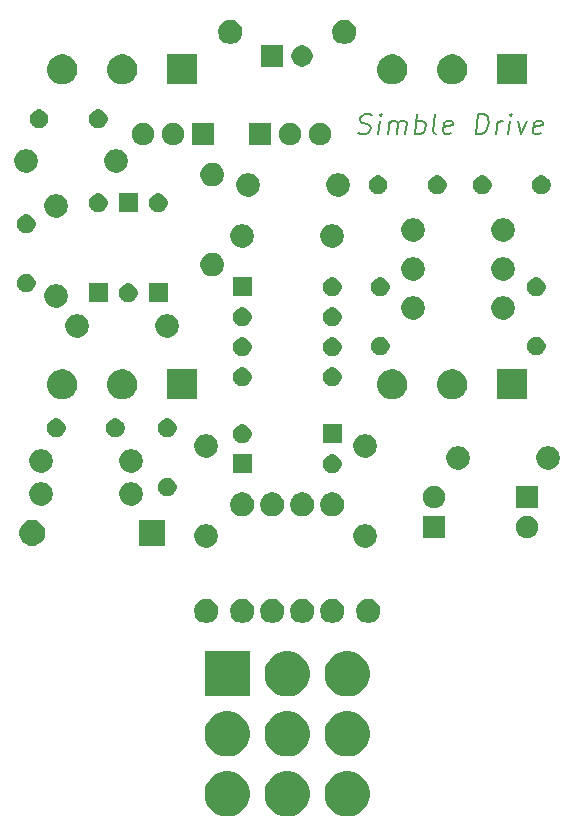
<source format=gbr>
G04 #@! TF.GenerationSoftware,KiCad,Pcbnew,(5.1.6-0-10_14)*
G04 #@! TF.CreationDate,2020-09-27T09:55:32+02:00*
G04 #@! TF.ProjectId,simble-overdrive,73696d62-6c65-42d6-9f76-657264726976,rev?*
G04 #@! TF.SameCoordinates,Original*
G04 #@! TF.FileFunction,Soldermask,Top*
G04 #@! TF.FilePolarity,Negative*
%FSLAX46Y46*%
G04 Gerber Fmt 4.6, Leading zero omitted, Abs format (unit mm)*
G04 Created by KiCad (PCBNEW (5.1.6-0-10_14)) date 2020-09-27 09:55:32*
%MOMM*%
%LPD*%
G01*
G04 APERTURE LIST*
%ADD10C,0.200000*%
%ADD11C,0.100000*%
G04 APERTURE END LIST*
D10*
X101293184Y-89842095D02*
X101525922Y-89923047D01*
X101930684Y-89923047D01*
X102102708Y-89842095D01*
X102193779Y-89761142D01*
X102294970Y-89599238D01*
X102315208Y-89437333D01*
X102254494Y-89275428D01*
X102183660Y-89194476D01*
X102031875Y-89113523D01*
X101718184Y-89032571D01*
X101566398Y-88951619D01*
X101495565Y-88870666D01*
X101434851Y-88708761D01*
X101455089Y-88546857D01*
X101556279Y-88384952D01*
X101647351Y-88304000D01*
X101819375Y-88223047D01*
X102224136Y-88223047D01*
X102456875Y-88304000D01*
X102983065Y-89923047D02*
X103124732Y-88789714D01*
X103195565Y-88223047D02*
X103104494Y-88304000D01*
X103175327Y-88384952D01*
X103266398Y-88304000D01*
X103195565Y-88223047D01*
X103175327Y-88384952D01*
X103792589Y-89923047D02*
X103934255Y-88789714D01*
X103914017Y-88951619D02*
X104005089Y-88870666D01*
X104177113Y-88789714D01*
X104419970Y-88789714D01*
X104571755Y-88870666D01*
X104632470Y-89032571D01*
X104521160Y-89923047D01*
X104632470Y-89032571D02*
X104733660Y-88870666D01*
X104905684Y-88789714D01*
X105148541Y-88789714D01*
X105300327Y-88870666D01*
X105361041Y-89032571D01*
X105249732Y-89923047D01*
X106059255Y-89923047D02*
X106271755Y-88223047D01*
X106190803Y-88870666D02*
X106362827Y-88789714D01*
X106686636Y-88789714D01*
X106838422Y-88870666D01*
X106909255Y-88951619D01*
X106969970Y-89113523D01*
X106909255Y-89599238D01*
X106808065Y-89761142D01*
X106716994Y-89842095D01*
X106544970Y-89923047D01*
X106221160Y-89923047D01*
X106069375Y-89842095D01*
X107840208Y-89923047D02*
X107688422Y-89842095D01*
X107627708Y-89680190D01*
X107809851Y-88223047D01*
X109145565Y-89842095D02*
X108973541Y-89923047D01*
X108649732Y-89923047D01*
X108497946Y-89842095D01*
X108437232Y-89680190D01*
X108518184Y-89032571D01*
X108619375Y-88870666D01*
X108791398Y-88789714D01*
X109115208Y-88789714D01*
X109266994Y-88870666D01*
X109327708Y-89032571D01*
X109307470Y-89194476D01*
X108477708Y-89356380D01*
X111240208Y-89923047D02*
X111452708Y-88223047D01*
X111857470Y-88223047D01*
X112090208Y-88304000D01*
X112231875Y-88465904D01*
X112292589Y-88627809D01*
X112333065Y-88951619D01*
X112302708Y-89194476D01*
X112181279Y-89518285D01*
X112080089Y-89680190D01*
X111897946Y-89842095D01*
X111644970Y-89923047D01*
X111240208Y-89923047D01*
X112940208Y-89923047D02*
X113081875Y-88789714D01*
X113041398Y-89113523D02*
X113142589Y-88951619D01*
X113233660Y-88870666D01*
X113405684Y-88789714D01*
X113567589Y-88789714D01*
X113992589Y-89923047D02*
X114134255Y-88789714D01*
X114205089Y-88223047D02*
X114114017Y-88304000D01*
X114184851Y-88384952D01*
X114275922Y-88304000D01*
X114205089Y-88223047D01*
X114184851Y-88384952D01*
X114781875Y-88789714D02*
X115044970Y-89923047D01*
X115591398Y-88789714D01*
X116755089Y-89842095D02*
X116583065Y-89923047D01*
X116259255Y-89923047D01*
X116107470Y-89842095D01*
X116046755Y-89680190D01*
X116127708Y-89032571D01*
X116228898Y-88870666D01*
X116400922Y-88789714D01*
X116724732Y-88789714D01*
X116876517Y-88870666D01*
X116937232Y-89032571D01*
X116916994Y-89194476D01*
X116087232Y-89356380D01*
D11*
G36*
X100886543Y-143961323D02*
G01*
X101233777Y-144105152D01*
X101546279Y-144313960D01*
X101812040Y-144579721D01*
X102020848Y-144892223D01*
X102164677Y-145239457D01*
X102238000Y-145608078D01*
X102238000Y-145983922D01*
X102164677Y-146352543D01*
X102020848Y-146699777D01*
X101812040Y-147012279D01*
X101546279Y-147278040D01*
X101233777Y-147486848D01*
X100886543Y-147630677D01*
X100517922Y-147704000D01*
X100142078Y-147704000D01*
X99773457Y-147630677D01*
X99426223Y-147486848D01*
X99113721Y-147278040D01*
X98847960Y-147012279D01*
X98639152Y-146699777D01*
X98495323Y-146352543D01*
X98422000Y-145983922D01*
X98422000Y-145608078D01*
X98495323Y-145239457D01*
X98639152Y-144892223D01*
X98847960Y-144579721D01*
X99113721Y-144313960D01*
X99426223Y-144105152D01*
X99773457Y-143961323D01*
X100142078Y-143888000D01*
X100517922Y-143888000D01*
X100886543Y-143961323D01*
G37*
G36*
X95806543Y-143961323D02*
G01*
X96153777Y-144105152D01*
X96466279Y-144313960D01*
X96732040Y-144579721D01*
X96940848Y-144892223D01*
X97084677Y-145239457D01*
X97158000Y-145608078D01*
X97158000Y-145983922D01*
X97084677Y-146352543D01*
X96940848Y-146699777D01*
X96732040Y-147012279D01*
X96466279Y-147278040D01*
X96153777Y-147486848D01*
X95806543Y-147630677D01*
X95437922Y-147704000D01*
X95062078Y-147704000D01*
X94693457Y-147630677D01*
X94346223Y-147486848D01*
X94033721Y-147278040D01*
X93767960Y-147012279D01*
X93559152Y-146699777D01*
X93415323Y-146352543D01*
X93342000Y-145983922D01*
X93342000Y-145608078D01*
X93415323Y-145239457D01*
X93559152Y-144892223D01*
X93767960Y-144579721D01*
X94033721Y-144313960D01*
X94346223Y-144105152D01*
X94693457Y-143961323D01*
X95062078Y-143888000D01*
X95437922Y-143888000D01*
X95806543Y-143961323D01*
G37*
G36*
X90726543Y-143961323D02*
G01*
X91073777Y-144105152D01*
X91386279Y-144313960D01*
X91652040Y-144579721D01*
X91860848Y-144892223D01*
X92004677Y-145239457D01*
X92078000Y-145608078D01*
X92078000Y-145983922D01*
X92004677Y-146352543D01*
X91860848Y-146699777D01*
X91652040Y-147012279D01*
X91386279Y-147278040D01*
X91073777Y-147486848D01*
X90726543Y-147630677D01*
X90357922Y-147704000D01*
X89982078Y-147704000D01*
X89613457Y-147630677D01*
X89266223Y-147486848D01*
X88953721Y-147278040D01*
X88687960Y-147012279D01*
X88479152Y-146699777D01*
X88335323Y-146352543D01*
X88262000Y-145983922D01*
X88262000Y-145608078D01*
X88335323Y-145239457D01*
X88479152Y-144892223D01*
X88687960Y-144579721D01*
X88953721Y-144313960D01*
X89266223Y-144105152D01*
X89613457Y-143961323D01*
X89982078Y-143888000D01*
X90357922Y-143888000D01*
X90726543Y-143961323D01*
G37*
G36*
X100886543Y-138881323D02*
G01*
X101233777Y-139025152D01*
X101546279Y-139233960D01*
X101812040Y-139499721D01*
X102020848Y-139812223D01*
X102164677Y-140159457D01*
X102238000Y-140528078D01*
X102238000Y-140903922D01*
X102164677Y-141272543D01*
X102020848Y-141619777D01*
X101812040Y-141932279D01*
X101546279Y-142198040D01*
X101233777Y-142406848D01*
X100886543Y-142550677D01*
X100517922Y-142624000D01*
X100142078Y-142624000D01*
X99773457Y-142550677D01*
X99426223Y-142406848D01*
X99113721Y-142198040D01*
X98847960Y-141932279D01*
X98639152Y-141619777D01*
X98495323Y-141272543D01*
X98422000Y-140903922D01*
X98422000Y-140528078D01*
X98495323Y-140159457D01*
X98639152Y-139812223D01*
X98847960Y-139499721D01*
X99113721Y-139233960D01*
X99426223Y-139025152D01*
X99773457Y-138881323D01*
X100142078Y-138808000D01*
X100517922Y-138808000D01*
X100886543Y-138881323D01*
G37*
G36*
X95806543Y-138881323D02*
G01*
X96153777Y-139025152D01*
X96466279Y-139233960D01*
X96732040Y-139499721D01*
X96940848Y-139812223D01*
X97084677Y-140159457D01*
X97158000Y-140528078D01*
X97158000Y-140903922D01*
X97084677Y-141272543D01*
X96940848Y-141619777D01*
X96732040Y-141932279D01*
X96466279Y-142198040D01*
X96153777Y-142406848D01*
X95806543Y-142550677D01*
X95437922Y-142624000D01*
X95062078Y-142624000D01*
X94693457Y-142550677D01*
X94346223Y-142406848D01*
X94033721Y-142198040D01*
X93767960Y-141932279D01*
X93559152Y-141619777D01*
X93415323Y-141272543D01*
X93342000Y-140903922D01*
X93342000Y-140528078D01*
X93415323Y-140159457D01*
X93559152Y-139812223D01*
X93767960Y-139499721D01*
X94033721Y-139233960D01*
X94346223Y-139025152D01*
X94693457Y-138881323D01*
X95062078Y-138808000D01*
X95437922Y-138808000D01*
X95806543Y-138881323D01*
G37*
G36*
X90726543Y-138881323D02*
G01*
X91073777Y-139025152D01*
X91386279Y-139233960D01*
X91652040Y-139499721D01*
X91860848Y-139812223D01*
X92004677Y-140159457D01*
X92078000Y-140528078D01*
X92078000Y-140903922D01*
X92004677Y-141272543D01*
X91860848Y-141619777D01*
X91652040Y-141932279D01*
X91386279Y-142198040D01*
X91073777Y-142406848D01*
X90726543Y-142550677D01*
X90357922Y-142624000D01*
X89982078Y-142624000D01*
X89613457Y-142550677D01*
X89266223Y-142406848D01*
X88953721Y-142198040D01*
X88687960Y-141932279D01*
X88479152Y-141619777D01*
X88335323Y-141272543D01*
X88262000Y-140903922D01*
X88262000Y-140528078D01*
X88335323Y-140159457D01*
X88479152Y-139812223D01*
X88687960Y-139499721D01*
X88953721Y-139233960D01*
X89266223Y-139025152D01*
X89613457Y-138881323D01*
X89982078Y-138808000D01*
X90357922Y-138808000D01*
X90726543Y-138881323D01*
G37*
G36*
X92078000Y-137544000D02*
G01*
X88262000Y-137544000D01*
X88262000Y-133728000D01*
X92078000Y-133728000D01*
X92078000Y-137544000D01*
G37*
G36*
X100886543Y-133801323D02*
G01*
X101233777Y-133945152D01*
X101546279Y-134153960D01*
X101812040Y-134419721D01*
X102020848Y-134732223D01*
X102164677Y-135079457D01*
X102238000Y-135448078D01*
X102238000Y-135823922D01*
X102164677Y-136192543D01*
X102020848Y-136539777D01*
X101812040Y-136852279D01*
X101546279Y-137118040D01*
X101233777Y-137326848D01*
X100886543Y-137470677D01*
X100517922Y-137544000D01*
X100142078Y-137544000D01*
X99773457Y-137470677D01*
X99426223Y-137326848D01*
X99113721Y-137118040D01*
X98847960Y-136852279D01*
X98639152Y-136539777D01*
X98495323Y-136192543D01*
X98422000Y-135823922D01*
X98422000Y-135448078D01*
X98495323Y-135079457D01*
X98639152Y-134732223D01*
X98847960Y-134419721D01*
X99113721Y-134153960D01*
X99426223Y-133945152D01*
X99773457Y-133801323D01*
X100142078Y-133728000D01*
X100517922Y-133728000D01*
X100886543Y-133801323D01*
G37*
G36*
X95806543Y-133801323D02*
G01*
X96153777Y-133945152D01*
X96466279Y-134153960D01*
X96732040Y-134419721D01*
X96940848Y-134732223D01*
X97084677Y-135079457D01*
X97158000Y-135448078D01*
X97158000Y-135823922D01*
X97084677Y-136192543D01*
X96940848Y-136539777D01*
X96732040Y-136852279D01*
X96466279Y-137118040D01*
X96153777Y-137326848D01*
X95806543Y-137470677D01*
X95437922Y-137544000D01*
X95062078Y-137544000D01*
X94693457Y-137470677D01*
X94346223Y-137326848D01*
X94033721Y-137118040D01*
X93767960Y-136852279D01*
X93559152Y-136539777D01*
X93415323Y-136192543D01*
X93342000Y-135823922D01*
X93342000Y-135448078D01*
X93415323Y-135079457D01*
X93559152Y-134732223D01*
X93767960Y-134419721D01*
X94033721Y-134153960D01*
X94346223Y-133945152D01*
X94693457Y-133801323D01*
X95062078Y-133728000D01*
X95437922Y-133728000D01*
X95806543Y-133801323D01*
G37*
G36*
X91736356Y-129325044D02*
G01*
X91921256Y-129401632D01*
X92087662Y-129512821D01*
X92229179Y-129654338D01*
X92340368Y-129820744D01*
X92416956Y-130005644D01*
X92456000Y-130201933D01*
X92456000Y-130402067D01*
X92416956Y-130598356D01*
X92340368Y-130783256D01*
X92229179Y-130949662D01*
X92087662Y-131091179D01*
X91921256Y-131202368D01*
X91736356Y-131278956D01*
X91540067Y-131318000D01*
X91339933Y-131318000D01*
X91143644Y-131278956D01*
X90958744Y-131202368D01*
X90792338Y-131091179D01*
X90650821Y-130949662D01*
X90539632Y-130783256D01*
X90463044Y-130598356D01*
X90424000Y-130402067D01*
X90424000Y-130201933D01*
X90463044Y-130005644D01*
X90539632Y-129820744D01*
X90650821Y-129654338D01*
X90792338Y-129512821D01*
X90958744Y-129401632D01*
X91143644Y-129325044D01*
X91339933Y-129286000D01*
X91540067Y-129286000D01*
X91736356Y-129325044D01*
G37*
G36*
X99356356Y-129325044D02*
G01*
X99541256Y-129401632D01*
X99707662Y-129512821D01*
X99849179Y-129654338D01*
X99960368Y-129820744D01*
X100036956Y-130005644D01*
X100076000Y-130201933D01*
X100076000Y-130402067D01*
X100036956Y-130598356D01*
X99960368Y-130783256D01*
X99849179Y-130949662D01*
X99707662Y-131091179D01*
X99541256Y-131202368D01*
X99356356Y-131278956D01*
X99160067Y-131318000D01*
X98959933Y-131318000D01*
X98763644Y-131278956D01*
X98578744Y-131202368D01*
X98412338Y-131091179D01*
X98270821Y-130949662D01*
X98159632Y-130783256D01*
X98083044Y-130598356D01*
X98044000Y-130402067D01*
X98044000Y-130201933D01*
X98083044Y-130005644D01*
X98159632Y-129820744D01*
X98270821Y-129654338D01*
X98412338Y-129512821D01*
X98578744Y-129401632D01*
X98763644Y-129325044D01*
X98959933Y-129286000D01*
X99160067Y-129286000D01*
X99356356Y-129325044D01*
G37*
G36*
X94276356Y-129325044D02*
G01*
X94461256Y-129401632D01*
X94627662Y-129512821D01*
X94769179Y-129654338D01*
X94880368Y-129820744D01*
X94956956Y-130005644D01*
X94996000Y-130201933D01*
X94996000Y-130402067D01*
X94956956Y-130598356D01*
X94880368Y-130783256D01*
X94769179Y-130949662D01*
X94627662Y-131091179D01*
X94461256Y-131202368D01*
X94276356Y-131278956D01*
X94080067Y-131318000D01*
X93879933Y-131318000D01*
X93683644Y-131278956D01*
X93498744Y-131202368D01*
X93332338Y-131091179D01*
X93190821Y-130949662D01*
X93079632Y-130783256D01*
X93003044Y-130598356D01*
X92964000Y-130402067D01*
X92964000Y-130201933D01*
X93003044Y-130005644D01*
X93079632Y-129820744D01*
X93190821Y-129654338D01*
X93332338Y-129512821D01*
X93498744Y-129401632D01*
X93683644Y-129325044D01*
X93879933Y-129286000D01*
X94080067Y-129286000D01*
X94276356Y-129325044D01*
G37*
G36*
X102404356Y-129325044D02*
G01*
X102589256Y-129401632D01*
X102755662Y-129512821D01*
X102897179Y-129654338D01*
X103008368Y-129820744D01*
X103084956Y-130005644D01*
X103124000Y-130201933D01*
X103124000Y-130402067D01*
X103084956Y-130598356D01*
X103008368Y-130783256D01*
X102897179Y-130949662D01*
X102755662Y-131091179D01*
X102589256Y-131202368D01*
X102404356Y-131278956D01*
X102208067Y-131318000D01*
X102007933Y-131318000D01*
X101811644Y-131278956D01*
X101626744Y-131202368D01*
X101460338Y-131091179D01*
X101318821Y-130949662D01*
X101207632Y-130783256D01*
X101131044Y-130598356D01*
X101092000Y-130402067D01*
X101092000Y-130201933D01*
X101131044Y-130005644D01*
X101207632Y-129820744D01*
X101318821Y-129654338D01*
X101460338Y-129512821D01*
X101626744Y-129401632D01*
X101811644Y-129325044D01*
X102007933Y-129286000D01*
X102208067Y-129286000D01*
X102404356Y-129325044D01*
G37*
G36*
X88688356Y-129325044D02*
G01*
X88873256Y-129401632D01*
X89039662Y-129512821D01*
X89181179Y-129654338D01*
X89292368Y-129820744D01*
X89368956Y-130005644D01*
X89408000Y-130201933D01*
X89408000Y-130402067D01*
X89368956Y-130598356D01*
X89292368Y-130783256D01*
X89181179Y-130949662D01*
X89039662Y-131091179D01*
X88873256Y-131202368D01*
X88688356Y-131278956D01*
X88492067Y-131318000D01*
X88291933Y-131318000D01*
X88095644Y-131278956D01*
X87910744Y-131202368D01*
X87744338Y-131091179D01*
X87602821Y-130949662D01*
X87491632Y-130783256D01*
X87415044Y-130598356D01*
X87376000Y-130402067D01*
X87376000Y-130201933D01*
X87415044Y-130005644D01*
X87491632Y-129820744D01*
X87602821Y-129654338D01*
X87744338Y-129512821D01*
X87910744Y-129401632D01*
X88095644Y-129325044D01*
X88291933Y-129286000D01*
X88492067Y-129286000D01*
X88688356Y-129325044D01*
G37*
G36*
X96816356Y-129325044D02*
G01*
X97001256Y-129401632D01*
X97167662Y-129512821D01*
X97309179Y-129654338D01*
X97420368Y-129820744D01*
X97496956Y-130005644D01*
X97536000Y-130201933D01*
X97536000Y-130402067D01*
X97496956Y-130598356D01*
X97420368Y-130783256D01*
X97309179Y-130949662D01*
X97167662Y-131091179D01*
X97001256Y-131202368D01*
X96816356Y-131278956D01*
X96620067Y-131318000D01*
X96419933Y-131318000D01*
X96223644Y-131278956D01*
X96038744Y-131202368D01*
X95872338Y-131091179D01*
X95730821Y-130949662D01*
X95619632Y-130783256D01*
X95543044Y-130598356D01*
X95504000Y-130402067D01*
X95504000Y-130201933D01*
X95543044Y-130005644D01*
X95619632Y-129820744D01*
X95730821Y-129654338D01*
X95872338Y-129512821D01*
X96038744Y-129401632D01*
X96223644Y-129325044D01*
X96419933Y-129286000D01*
X96620067Y-129286000D01*
X96816356Y-129325044D01*
G37*
G36*
X88683689Y-122990429D02*
G01*
X88865678Y-123065811D01*
X89029463Y-123175249D01*
X89168751Y-123314537D01*
X89278189Y-123478322D01*
X89353571Y-123660311D01*
X89392000Y-123853509D01*
X89392000Y-124050491D01*
X89353571Y-124243689D01*
X89278189Y-124425678D01*
X89168751Y-124589463D01*
X89029463Y-124728751D01*
X88865678Y-124838189D01*
X88683689Y-124913571D01*
X88490491Y-124952000D01*
X88293509Y-124952000D01*
X88100311Y-124913571D01*
X87918322Y-124838189D01*
X87754537Y-124728751D01*
X87615249Y-124589463D01*
X87505811Y-124425678D01*
X87430429Y-124243689D01*
X87392000Y-124050491D01*
X87392000Y-123853509D01*
X87430429Y-123660311D01*
X87505811Y-123478322D01*
X87615249Y-123314537D01*
X87754537Y-123175249D01*
X87918322Y-123065811D01*
X88100311Y-122990429D01*
X88293509Y-122952000D01*
X88490491Y-122952000D01*
X88683689Y-122990429D01*
G37*
G36*
X102145689Y-122990429D02*
G01*
X102327678Y-123065811D01*
X102491463Y-123175249D01*
X102630751Y-123314537D01*
X102740189Y-123478322D01*
X102815571Y-123660311D01*
X102854000Y-123853509D01*
X102854000Y-124050491D01*
X102815571Y-124243689D01*
X102740189Y-124425678D01*
X102630751Y-124589463D01*
X102491463Y-124728751D01*
X102327678Y-124838189D01*
X102145689Y-124913571D01*
X101952491Y-124952000D01*
X101755509Y-124952000D01*
X101562311Y-124913571D01*
X101380322Y-124838189D01*
X101216537Y-124728751D01*
X101077249Y-124589463D01*
X100967811Y-124425678D01*
X100892429Y-124243689D01*
X100854000Y-124050491D01*
X100854000Y-123853509D01*
X100892429Y-123660311D01*
X100967811Y-123478322D01*
X101077249Y-123314537D01*
X101216537Y-123175249D01*
X101380322Y-123065811D01*
X101562311Y-122990429D01*
X101755509Y-122952000D01*
X101952491Y-122952000D01*
X102145689Y-122990429D01*
G37*
G36*
X84920000Y-124798000D02*
G01*
X82720000Y-124798000D01*
X82720000Y-122598000D01*
X84920000Y-122598000D01*
X84920000Y-124798000D01*
G37*
G36*
X73910019Y-122626182D02*
G01*
X73980859Y-122640273D01*
X74181045Y-122723192D01*
X74361210Y-122843576D01*
X74514424Y-122996790D01*
X74634808Y-123176955D01*
X74717727Y-123377141D01*
X74717727Y-123377142D01*
X74760000Y-123589659D01*
X74760000Y-123806341D01*
X74750617Y-123853510D01*
X74717727Y-124018859D01*
X74634808Y-124219045D01*
X74514424Y-124399210D01*
X74361210Y-124552424D01*
X74181045Y-124672808D01*
X73980859Y-124755727D01*
X73910019Y-124769818D01*
X73768341Y-124798000D01*
X73551659Y-124798000D01*
X73409981Y-124769818D01*
X73339141Y-124755727D01*
X73138955Y-124672808D01*
X72958790Y-124552424D01*
X72805576Y-124399210D01*
X72685192Y-124219045D01*
X72602273Y-124018859D01*
X72569383Y-123853510D01*
X72560000Y-123806341D01*
X72560000Y-123589659D01*
X72602273Y-123377142D01*
X72602273Y-123377141D01*
X72685192Y-123176955D01*
X72805576Y-122996790D01*
X72958790Y-122843576D01*
X73138955Y-122723192D01*
X73339141Y-122640273D01*
X73409981Y-122626182D01*
X73551659Y-122598000D01*
X73768341Y-122598000D01*
X73910019Y-122626182D01*
G37*
G36*
X115851538Y-122261892D02*
G01*
X116027194Y-122334651D01*
X116185279Y-122440280D01*
X116319720Y-122574721D01*
X116425349Y-122732806D01*
X116498108Y-122908462D01*
X116535200Y-123094936D01*
X116535200Y-123285064D01*
X116498108Y-123471538D01*
X116425349Y-123647194D01*
X116319720Y-123805279D01*
X116185279Y-123939720D01*
X116027194Y-124045349D01*
X115851538Y-124118108D01*
X115665064Y-124155200D01*
X115474936Y-124155200D01*
X115288462Y-124118108D01*
X115112806Y-124045349D01*
X114954721Y-123939720D01*
X114820280Y-123805279D01*
X114714651Y-123647194D01*
X114641892Y-123471538D01*
X114604800Y-123285064D01*
X114604800Y-123094936D01*
X114641892Y-122908462D01*
X114714651Y-122732806D01*
X114820280Y-122574721D01*
X114954721Y-122440280D01*
X115112806Y-122334651D01*
X115288462Y-122261892D01*
X115474936Y-122224800D01*
X115665064Y-122224800D01*
X115851538Y-122261892D01*
G37*
G36*
X108661200Y-124155200D02*
G01*
X106730800Y-124155200D01*
X106730800Y-122224800D01*
X108661200Y-122224800D01*
X108661200Y-124155200D01*
G37*
G36*
X99356356Y-120308044D02*
G01*
X99541256Y-120384632D01*
X99707662Y-120495821D01*
X99849179Y-120637338D01*
X99960368Y-120803744D01*
X100036956Y-120988644D01*
X100076000Y-121184933D01*
X100076000Y-121385067D01*
X100036956Y-121581356D01*
X99960368Y-121766256D01*
X99849179Y-121932662D01*
X99707662Y-122074179D01*
X99541256Y-122185368D01*
X99356356Y-122261956D01*
X99160067Y-122301000D01*
X98959933Y-122301000D01*
X98763644Y-122261956D01*
X98578744Y-122185368D01*
X98412338Y-122074179D01*
X98270821Y-121932662D01*
X98159632Y-121766256D01*
X98083044Y-121581356D01*
X98044000Y-121385067D01*
X98044000Y-121184933D01*
X98083044Y-120988644D01*
X98159632Y-120803744D01*
X98270821Y-120637338D01*
X98412338Y-120495821D01*
X98578744Y-120384632D01*
X98763644Y-120308044D01*
X98959933Y-120269000D01*
X99160067Y-120269000D01*
X99356356Y-120308044D01*
G37*
G36*
X91736356Y-120308044D02*
G01*
X91921256Y-120384632D01*
X92087662Y-120495821D01*
X92229179Y-120637338D01*
X92340368Y-120803744D01*
X92416956Y-120988644D01*
X92456000Y-121184933D01*
X92456000Y-121385067D01*
X92416956Y-121581356D01*
X92340368Y-121766256D01*
X92229179Y-121932662D01*
X92087662Y-122074179D01*
X91921256Y-122185368D01*
X91736356Y-122261956D01*
X91540067Y-122301000D01*
X91339933Y-122301000D01*
X91143644Y-122261956D01*
X90958744Y-122185368D01*
X90792338Y-122074179D01*
X90650821Y-121932662D01*
X90539632Y-121766256D01*
X90463044Y-121581356D01*
X90424000Y-121385067D01*
X90424000Y-121184933D01*
X90463044Y-120988644D01*
X90539632Y-120803744D01*
X90650821Y-120637338D01*
X90792338Y-120495821D01*
X90958744Y-120384632D01*
X91143644Y-120308044D01*
X91339933Y-120269000D01*
X91540067Y-120269000D01*
X91736356Y-120308044D01*
G37*
G36*
X96816356Y-120308044D02*
G01*
X97001256Y-120384632D01*
X97167662Y-120495821D01*
X97309179Y-120637338D01*
X97420368Y-120803744D01*
X97496956Y-120988644D01*
X97536000Y-121184933D01*
X97536000Y-121385067D01*
X97496956Y-121581356D01*
X97420368Y-121766256D01*
X97309179Y-121932662D01*
X97167662Y-122074179D01*
X97001256Y-122185368D01*
X96816356Y-122261956D01*
X96620067Y-122301000D01*
X96419933Y-122301000D01*
X96223644Y-122261956D01*
X96038744Y-122185368D01*
X95872338Y-122074179D01*
X95730821Y-121932662D01*
X95619632Y-121766256D01*
X95543044Y-121581356D01*
X95504000Y-121385067D01*
X95504000Y-121184933D01*
X95543044Y-120988644D01*
X95619632Y-120803744D01*
X95730821Y-120637338D01*
X95872338Y-120495821D01*
X96038744Y-120384632D01*
X96223644Y-120308044D01*
X96419933Y-120269000D01*
X96620067Y-120269000D01*
X96816356Y-120308044D01*
G37*
G36*
X94276356Y-120308044D02*
G01*
X94461256Y-120384632D01*
X94627662Y-120495821D01*
X94769179Y-120637338D01*
X94880368Y-120803744D01*
X94956956Y-120988644D01*
X94996000Y-121184933D01*
X94996000Y-121385067D01*
X94956956Y-121581356D01*
X94880368Y-121766256D01*
X94769179Y-121932662D01*
X94627662Y-122074179D01*
X94461256Y-122185368D01*
X94276356Y-122261956D01*
X94080067Y-122301000D01*
X93879933Y-122301000D01*
X93683644Y-122261956D01*
X93498744Y-122185368D01*
X93332338Y-122074179D01*
X93190821Y-121932662D01*
X93079632Y-121766256D01*
X93003044Y-121581356D01*
X92964000Y-121385067D01*
X92964000Y-121184933D01*
X93003044Y-120988644D01*
X93079632Y-120803744D01*
X93190821Y-120637338D01*
X93332338Y-120495821D01*
X93498744Y-120384632D01*
X93683644Y-120308044D01*
X93879933Y-120269000D01*
X94080067Y-120269000D01*
X94276356Y-120308044D01*
G37*
G36*
X107977538Y-119721892D02*
G01*
X108153194Y-119794651D01*
X108311279Y-119900280D01*
X108445720Y-120034721D01*
X108551349Y-120192806D01*
X108624108Y-120368462D01*
X108661200Y-120554936D01*
X108661200Y-120745064D01*
X108624108Y-120931538D01*
X108551349Y-121107194D01*
X108445720Y-121265279D01*
X108311279Y-121399720D01*
X108153194Y-121505349D01*
X107977538Y-121578108D01*
X107791064Y-121615200D01*
X107600936Y-121615200D01*
X107414462Y-121578108D01*
X107238806Y-121505349D01*
X107080721Y-121399720D01*
X106946280Y-121265279D01*
X106840651Y-121107194D01*
X106767892Y-120931538D01*
X106730800Y-120745064D01*
X106730800Y-120554936D01*
X106767892Y-120368462D01*
X106840651Y-120192806D01*
X106946280Y-120034721D01*
X107080721Y-119900280D01*
X107238806Y-119794651D01*
X107414462Y-119721892D01*
X107600936Y-119684800D01*
X107791064Y-119684800D01*
X107977538Y-119721892D01*
G37*
G36*
X116535200Y-121615200D02*
G01*
X114604800Y-121615200D01*
X114604800Y-119684800D01*
X116535200Y-119684800D01*
X116535200Y-121615200D01*
G37*
G36*
X82333689Y-119434429D02*
G01*
X82515678Y-119509811D01*
X82679463Y-119619249D01*
X82818751Y-119758537D01*
X82928189Y-119922322D01*
X83003571Y-120104311D01*
X83042000Y-120297509D01*
X83042000Y-120494491D01*
X83003571Y-120687689D01*
X82928189Y-120869678D01*
X82818751Y-121033463D01*
X82679463Y-121172751D01*
X82515678Y-121282189D01*
X82333689Y-121357571D01*
X82140491Y-121396000D01*
X81943509Y-121396000D01*
X81750311Y-121357571D01*
X81568322Y-121282189D01*
X81404537Y-121172751D01*
X81265249Y-121033463D01*
X81155811Y-120869678D01*
X81080429Y-120687689D01*
X81042000Y-120494491D01*
X81042000Y-120297509D01*
X81080429Y-120104311D01*
X81155811Y-119922322D01*
X81265249Y-119758537D01*
X81404537Y-119619249D01*
X81568322Y-119509811D01*
X81750311Y-119434429D01*
X81943509Y-119396000D01*
X82140491Y-119396000D01*
X82333689Y-119434429D01*
G37*
G36*
X74713689Y-119434429D02*
G01*
X74895678Y-119509811D01*
X75059463Y-119619249D01*
X75198751Y-119758537D01*
X75308189Y-119922322D01*
X75383571Y-120104311D01*
X75422000Y-120297509D01*
X75422000Y-120494491D01*
X75383571Y-120687689D01*
X75308189Y-120869678D01*
X75198751Y-121033463D01*
X75059463Y-121172751D01*
X74895678Y-121282189D01*
X74713689Y-121357571D01*
X74520491Y-121396000D01*
X74323509Y-121396000D01*
X74130311Y-121357571D01*
X73948322Y-121282189D01*
X73784537Y-121172751D01*
X73645249Y-121033463D01*
X73535811Y-120869678D01*
X73460429Y-120687689D01*
X73422000Y-120494491D01*
X73422000Y-120297509D01*
X73460429Y-120104311D01*
X73535811Y-119922322D01*
X73645249Y-119758537D01*
X73784537Y-119619249D01*
X73948322Y-119509811D01*
X74130311Y-119434429D01*
X74323509Y-119396000D01*
X74520491Y-119396000D01*
X74713689Y-119434429D01*
G37*
G36*
X85323351Y-119038743D02*
G01*
X85468942Y-119099049D01*
X85599970Y-119186599D01*
X85711401Y-119298030D01*
X85798951Y-119429058D01*
X85859257Y-119574649D01*
X85890000Y-119729207D01*
X85890000Y-119886793D01*
X85859257Y-120041351D01*
X85798951Y-120186942D01*
X85711401Y-120317970D01*
X85599970Y-120429401D01*
X85468942Y-120516951D01*
X85323351Y-120577257D01*
X85168793Y-120608000D01*
X85011207Y-120608000D01*
X84856649Y-120577257D01*
X84711058Y-120516951D01*
X84580030Y-120429401D01*
X84468599Y-120317970D01*
X84381049Y-120186942D01*
X84320743Y-120041351D01*
X84290000Y-119886793D01*
X84290000Y-119729207D01*
X84320743Y-119574649D01*
X84381049Y-119429058D01*
X84468599Y-119298030D01*
X84580030Y-119186599D01*
X84711058Y-119099049D01*
X84856649Y-119038743D01*
X85011207Y-119008000D01*
X85168793Y-119008000D01*
X85323351Y-119038743D01*
G37*
G36*
X92240000Y-118656000D02*
G01*
X90640000Y-118656000D01*
X90640000Y-117056000D01*
X92240000Y-117056000D01*
X92240000Y-118656000D01*
G37*
G36*
X99293351Y-117086743D02*
G01*
X99438942Y-117147049D01*
X99569970Y-117234599D01*
X99681401Y-117346030D01*
X99768951Y-117477058D01*
X99829257Y-117622649D01*
X99860000Y-117777207D01*
X99860000Y-117934793D01*
X99829257Y-118089351D01*
X99768951Y-118234942D01*
X99681401Y-118365970D01*
X99569970Y-118477401D01*
X99438942Y-118564951D01*
X99293351Y-118625257D01*
X99138793Y-118656000D01*
X98981207Y-118656000D01*
X98826649Y-118625257D01*
X98681058Y-118564951D01*
X98550030Y-118477401D01*
X98438599Y-118365970D01*
X98351049Y-118234942D01*
X98290743Y-118089351D01*
X98260000Y-117934793D01*
X98260000Y-117777207D01*
X98290743Y-117622649D01*
X98351049Y-117477058D01*
X98438599Y-117346030D01*
X98550030Y-117234599D01*
X98681058Y-117147049D01*
X98826649Y-117086743D01*
X98981207Y-117056000D01*
X99138793Y-117056000D01*
X99293351Y-117086743D01*
G37*
G36*
X74713689Y-116640429D02*
G01*
X74895678Y-116715811D01*
X75059463Y-116825249D01*
X75198751Y-116964537D01*
X75308189Y-117128322D01*
X75383571Y-117310311D01*
X75422000Y-117503509D01*
X75422000Y-117700491D01*
X75383571Y-117893689D01*
X75308189Y-118075678D01*
X75198751Y-118239463D01*
X75059463Y-118378751D01*
X74895678Y-118488189D01*
X74713689Y-118563571D01*
X74520491Y-118602000D01*
X74323509Y-118602000D01*
X74130311Y-118563571D01*
X73948322Y-118488189D01*
X73784537Y-118378751D01*
X73645249Y-118239463D01*
X73535811Y-118075678D01*
X73460429Y-117893689D01*
X73422000Y-117700491D01*
X73422000Y-117503509D01*
X73460429Y-117310311D01*
X73535811Y-117128322D01*
X73645249Y-116964537D01*
X73784537Y-116825249D01*
X73948322Y-116715811D01*
X74130311Y-116640429D01*
X74323509Y-116602000D01*
X74520491Y-116602000D01*
X74713689Y-116640429D01*
G37*
G36*
X82333689Y-116640429D02*
G01*
X82515678Y-116715811D01*
X82679463Y-116825249D01*
X82818751Y-116964537D01*
X82928189Y-117128322D01*
X83003571Y-117310311D01*
X83042000Y-117503509D01*
X83042000Y-117700491D01*
X83003571Y-117893689D01*
X82928189Y-118075678D01*
X82818751Y-118239463D01*
X82679463Y-118378751D01*
X82515678Y-118488189D01*
X82333689Y-118563571D01*
X82140491Y-118602000D01*
X81943509Y-118602000D01*
X81750311Y-118563571D01*
X81568322Y-118488189D01*
X81404537Y-118378751D01*
X81265249Y-118239463D01*
X81155811Y-118075678D01*
X81080429Y-117893689D01*
X81042000Y-117700491D01*
X81042000Y-117503509D01*
X81080429Y-117310311D01*
X81155811Y-117128322D01*
X81265249Y-116964537D01*
X81404537Y-116825249D01*
X81568322Y-116715811D01*
X81750311Y-116640429D01*
X81943509Y-116602000D01*
X82140491Y-116602000D01*
X82333689Y-116640429D01*
G37*
G36*
X110019689Y-116386429D02*
G01*
X110201678Y-116461811D01*
X110365463Y-116571249D01*
X110504751Y-116710537D01*
X110614189Y-116874322D01*
X110689571Y-117056311D01*
X110728000Y-117249509D01*
X110728000Y-117446491D01*
X110689571Y-117639689D01*
X110614189Y-117821678D01*
X110504751Y-117985463D01*
X110365463Y-118124751D01*
X110201678Y-118234189D01*
X110019689Y-118309571D01*
X109826491Y-118348000D01*
X109629509Y-118348000D01*
X109436311Y-118309571D01*
X109254322Y-118234189D01*
X109090537Y-118124751D01*
X108951249Y-117985463D01*
X108841811Y-117821678D01*
X108766429Y-117639689D01*
X108728000Y-117446491D01*
X108728000Y-117249509D01*
X108766429Y-117056311D01*
X108841811Y-116874322D01*
X108951249Y-116710537D01*
X109090537Y-116571249D01*
X109254322Y-116461811D01*
X109436311Y-116386429D01*
X109629509Y-116348000D01*
X109826491Y-116348000D01*
X110019689Y-116386429D01*
G37*
G36*
X117639689Y-116386429D02*
G01*
X117821678Y-116461811D01*
X117985463Y-116571249D01*
X118124751Y-116710537D01*
X118234189Y-116874322D01*
X118309571Y-117056311D01*
X118348000Y-117249509D01*
X118348000Y-117446491D01*
X118309571Y-117639689D01*
X118234189Y-117821678D01*
X118124751Y-117985463D01*
X117985463Y-118124751D01*
X117821678Y-118234189D01*
X117639689Y-118309571D01*
X117446491Y-118348000D01*
X117249509Y-118348000D01*
X117056311Y-118309571D01*
X116874322Y-118234189D01*
X116710537Y-118124751D01*
X116571249Y-117985463D01*
X116461811Y-117821678D01*
X116386429Y-117639689D01*
X116348000Y-117446491D01*
X116348000Y-117249509D01*
X116386429Y-117056311D01*
X116461811Y-116874322D01*
X116571249Y-116710537D01*
X116710537Y-116571249D01*
X116874322Y-116461811D01*
X117056311Y-116386429D01*
X117249509Y-116348000D01*
X117446491Y-116348000D01*
X117639689Y-116386429D01*
G37*
G36*
X102145689Y-115370429D02*
G01*
X102327678Y-115445811D01*
X102491463Y-115555249D01*
X102630751Y-115694537D01*
X102740189Y-115858322D01*
X102815571Y-116040311D01*
X102854000Y-116233509D01*
X102854000Y-116430491D01*
X102815571Y-116623689D01*
X102740189Y-116805678D01*
X102630751Y-116969463D01*
X102491463Y-117108751D01*
X102327678Y-117218189D01*
X102145689Y-117293571D01*
X101952491Y-117332000D01*
X101755509Y-117332000D01*
X101562311Y-117293571D01*
X101380322Y-117218189D01*
X101216537Y-117108751D01*
X101077249Y-116969463D01*
X100967811Y-116805678D01*
X100892429Y-116623689D01*
X100854000Y-116430491D01*
X100854000Y-116233509D01*
X100892429Y-116040311D01*
X100967811Y-115858322D01*
X101077249Y-115694537D01*
X101216537Y-115555249D01*
X101380322Y-115445811D01*
X101562311Y-115370429D01*
X101755509Y-115332000D01*
X101952491Y-115332000D01*
X102145689Y-115370429D01*
G37*
G36*
X88683689Y-115370429D02*
G01*
X88865678Y-115445811D01*
X89029463Y-115555249D01*
X89168751Y-115694537D01*
X89278189Y-115858322D01*
X89353571Y-116040311D01*
X89392000Y-116233509D01*
X89392000Y-116430491D01*
X89353571Y-116623689D01*
X89278189Y-116805678D01*
X89168751Y-116969463D01*
X89029463Y-117108751D01*
X88865678Y-117218189D01*
X88683689Y-117293571D01*
X88490491Y-117332000D01*
X88293509Y-117332000D01*
X88100311Y-117293571D01*
X87918322Y-117218189D01*
X87754537Y-117108751D01*
X87615249Y-116969463D01*
X87505811Y-116805678D01*
X87430429Y-116623689D01*
X87392000Y-116430491D01*
X87392000Y-116233509D01*
X87430429Y-116040311D01*
X87505811Y-115858322D01*
X87615249Y-115694537D01*
X87754537Y-115555249D01*
X87918322Y-115445811D01*
X88100311Y-115370429D01*
X88293509Y-115332000D01*
X88490491Y-115332000D01*
X88683689Y-115370429D01*
G37*
G36*
X91673351Y-114546743D02*
G01*
X91818942Y-114607049D01*
X91949970Y-114694599D01*
X92061401Y-114806030D01*
X92148951Y-114937058D01*
X92209257Y-115082649D01*
X92240000Y-115237207D01*
X92240000Y-115394793D01*
X92209257Y-115549351D01*
X92148951Y-115694942D01*
X92061401Y-115825970D01*
X91949970Y-115937401D01*
X91818942Y-116024951D01*
X91673351Y-116085257D01*
X91518793Y-116116000D01*
X91361207Y-116116000D01*
X91206649Y-116085257D01*
X91061058Y-116024951D01*
X90930030Y-115937401D01*
X90818599Y-115825970D01*
X90731049Y-115694942D01*
X90670743Y-115549351D01*
X90640000Y-115394793D01*
X90640000Y-115237207D01*
X90670743Y-115082649D01*
X90731049Y-114937058D01*
X90818599Y-114806030D01*
X90930030Y-114694599D01*
X91061058Y-114607049D01*
X91206649Y-114546743D01*
X91361207Y-114516000D01*
X91518793Y-114516000D01*
X91673351Y-114546743D01*
G37*
G36*
X99860000Y-116116000D02*
G01*
X98260000Y-116116000D01*
X98260000Y-114516000D01*
X99860000Y-114516000D01*
X99860000Y-116116000D01*
G37*
G36*
X85323351Y-114038743D02*
G01*
X85468942Y-114099049D01*
X85599970Y-114186599D01*
X85711401Y-114298030D01*
X85798951Y-114429058D01*
X85859257Y-114574649D01*
X85890000Y-114729207D01*
X85890000Y-114886793D01*
X85859257Y-115041351D01*
X85798951Y-115186942D01*
X85711401Y-115317970D01*
X85599970Y-115429401D01*
X85468942Y-115516951D01*
X85323351Y-115577257D01*
X85168793Y-115608000D01*
X85011207Y-115608000D01*
X84856649Y-115577257D01*
X84711058Y-115516951D01*
X84580030Y-115429401D01*
X84468599Y-115317970D01*
X84381049Y-115186942D01*
X84320743Y-115041351D01*
X84290000Y-114886793D01*
X84290000Y-114729207D01*
X84320743Y-114574649D01*
X84381049Y-114429058D01*
X84468599Y-114298030D01*
X84580030Y-114186599D01*
X84711058Y-114099049D01*
X84856649Y-114038743D01*
X85011207Y-114008000D01*
X85168793Y-114008000D01*
X85323351Y-114038743D01*
G37*
G36*
X80925351Y-114038743D02*
G01*
X81070942Y-114099049D01*
X81201970Y-114186599D01*
X81313401Y-114298030D01*
X81400951Y-114429058D01*
X81461257Y-114574649D01*
X81492000Y-114729207D01*
X81492000Y-114886793D01*
X81461257Y-115041351D01*
X81400951Y-115186942D01*
X81313401Y-115317970D01*
X81201970Y-115429401D01*
X81070942Y-115516951D01*
X80925351Y-115577257D01*
X80770793Y-115608000D01*
X80613207Y-115608000D01*
X80458649Y-115577257D01*
X80313058Y-115516951D01*
X80182030Y-115429401D01*
X80070599Y-115317970D01*
X79983049Y-115186942D01*
X79922743Y-115041351D01*
X79892000Y-114886793D01*
X79892000Y-114729207D01*
X79922743Y-114574649D01*
X79983049Y-114429058D01*
X80070599Y-114298030D01*
X80182030Y-114186599D01*
X80313058Y-114099049D01*
X80458649Y-114038743D01*
X80613207Y-114008000D01*
X80770793Y-114008000D01*
X80925351Y-114038743D01*
G37*
G36*
X75925351Y-114038743D02*
G01*
X76070942Y-114099049D01*
X76201970Y-114186599D01*
X76313401Y-114298030D01*
X76400951Y-114429058D01*
X76461257Y-114574649D01*
X76492000Y-114729207D01*
X76492000Y-114886793D01*
X76461257Y-115041351D01*
X76400951Y-115186942D01*
X76313401Y-115317970D01*
X76201970Y-115429401D01*
X76070942Y-115516951D01*
X75925351Y-115577257D01*
X75770793Y-115608000D01*
X75613207Y-115608000D01*
X75458649Y-115577257D01*
X75313058Y-115516951D01*
X75182030Y-115429401D01*
X75070599Y-115317970D01*
X74983049Y-115186942D01*
X74922743Y-115041351D01*
X74892000Y-114886793D01*
X74892000Y-114729207D01*
X74922743Y-114574649D01*
X74983049Y-114429058D01*
X75070599Y-114298030D01*
X75182030Y-114186599D01*
X75313058Y-114099049D01*
X75458649Y-114038743D01*
X75613207Y-114008000D01*
X75770793Y-114008000D01*
X75925351Y-114038743D01*
G37*
G36*
X115570000Y-112395000D02*
G01*
X113030000Y-112395000D01*
X113030000Y-109855000D01*
X115570000Y-109855000D01*
X115570000Y-112395000D01*
G37*
G36*
X109590445Y-109903805D02*
G01*
X109706008Y-109951673D01*
X109821570Y-109999540D01*
X109821571Y-109999541D01*
X109988468Y-110111058D01*
X110029579Y-110138528D01*
X110206472Y-110315421D01*
X110345460Y-110523430D01*
X110393327Y-110638992D01*
X110441195Y-110754555D01*
X110490000Y-110999916D01*
X110490000Y-111250084D01*
X110441195Y-111495445D01*
X110393327Y-111611008D01*
X110345460Y-111726570D01*
X110206472Y-111934579D01*
X110029579Y-112111472D01*
X109821570Y-112250460D01*
X109706008Y-112298327D01*
X109590445Y-112346195D01*
X109345084Y-112395000D01*
X109094916Y-112395000D01*
X108849555Y-112346195D01*
X108733992Y-112298327D01*
X108618430Y-112250460D01*
X108410421Y-112111472D01*
X108233528Y-111934579D01*
X108094540Y-111726570D01*
X108046673Y-111611008D01*
X107998805Y-111495445D01*
X107950000Y-111250084D01*
X107950000Y-110999916D01*
X107998805Y-110754555D01*
X108046673Y-110638992D01*
X108094540Y-110523430D01*
X108233528Y-110315421D01*
X108410421Y-110138528D01*
X108451533Y-110111058D01*
X108618429Y-109999541D01*
X108618430Y-109999540D01*
X108733992Y-109951673D01*
X108849555Y-109903805D01*
X109094916Y-109855000D01*
X109345084Y-109855000D01*
X109590445Y-109903805D01*
G37*
G36*
X104510445Y-109903805D02*
G01*
X104626008Y-109951673D01*
X104741570Y-109999540D01*
X104741571Y-109999541D01*
X104908468Y-110111058D01*
X104949579Y-110138528D01*
X105126472Y-110315421D01*
X105265460Y-110523430D01*
X105313327Y-110638992D01*
X105361195Y-110754555D01*
X105410000Y-110999916D01*
X105410000Y-111250084D01*
X105361195Y-111495445D01*
X105313327Y-111611008D01*
X105265460Y-111726570D01*
X105126472Y-111934579D01*
X104949579Y-112111472D01*
X104741570Y-112250460D01*
X104626008Y-112298327D01*
X104510445Y-112346195D01*
X104265084Y-112395000D01*
X104014916Y-112395000D01*
X103769555Y-112346195D01*
X103653992Y-112298327D01*
X103538430Y-112250460D01*
X103330421Y-112111472D01*
X103153528Y-111934579D01*
X103014540Y-111726570D01*
X102966673Y-111611008D01*
X102918805Y-111495445D01*
X102870000Y-111250084D01*
X102870000Y-110999916D01*
X102918805Y-110754555D01*
X102966673Y-110638992D01*
X103014540Y-110523430D01*
X103153528Y-110315421D01*
X103330421Y-110138528D01*
X103371533Y-110111058D01*
X103538429Y-109999541D01*
X103538430Y-109999540D01*
X103653992Y-109951673D01*
X103769555Y-109903805D01*
X104014916Y-109855000D01*
X104265084Y-109855000D01*
X104510445Y-109903805D01*
G37*
G36*
X87630000Y-112395000D02*
G01*
X85090000Y-112395000D01*
X85090000Y-109855000D01*
X87630000Y-109855000D01*
X87630000Y-112395000D01*
G37*
G36*
X81650445Y-109903805D02*
G01*
X81766008Y-109951673D01*
X81881570Y-109999540D01*
X81881571Y-109999541D01*
X82048468Y-110111058D01*
X82089579Y-110138528D01*
X82266472Y-110315421D01*
X82405460Y-110523430D01*
X82453327Y-110638992D01*
X82501195Y-110754555D01*
X82550000Y-110999916D01*
X82550000Y-111250084D01*
X82501195Y-111495445D01*
X82453327Y-111611008D01*
X82405460Y-111726570D01*
X82266472Y-111934579D01*
X82089579Y-112111472D01*
X81881570Y-112250460D01*
X81766008Y-112298327D01*
X81650445Y-112346195D01*
X81405084Y-112395000D01*
X81154916Y-112395000D01*
X80909555Y-112346195D01*
X80793992Y-112298327D01*
X80678430Y-112250460D01*
X80470421Y-112111472D01*
X80293528Y-111934579D01*
X80154540Y-111726570D01*
X80106673Y-111611008D01*
X80058805Y-111495445D01*
X80010000Y-111250084D01*
X80010000Y-110999916D01*
X80058805Y-110754555D01*
X80106673Y-110638992D01*
X80154540Y-110523430D01*
X80293528Y-110315421D01*
X80470421Y-110138528D01*
X80511533Y-110111058D01*
X80678429Y-109999541D01*
X80678430Y-109999540D01*
X80793992Y-109951673D01*
X80909555Y-109903805D01*
X81154916Y-109855000D01*
X81405084Y-109855000D01*
X81650445Y-109903805D01*
G37*
G36*
X76570445Y-109903805D02*
G01*
X76686008Y-109951673D01*
X76801570Y-109999540D01*
X76801571Y-109999541D01*
X76968468Y-110111058D01*
X77009579Y-110138528D01*
X77186472Y-110315421D01*
X77325460Y-110523430D01*
X77373327Y-110638992D01*
X77421195Y-110754555D01*
X77470000Y-110999916D01*
X77470000Y-111250084D01*
X77421195Y-111495445D01*
X77373327Y-111611008D01*
X77325460Y-111726570D01*
X77186472Y-111934579D01*
X77009579Y-112111472D01*
X76801570Y-112250460D01*
X76686008Y-112298327D01*
X76570445Y-112346195D01*
X76325084Y-112395000D01*
X76074916Y-112395000D01*
X75829555Y-112346195D01*
X75713992Y-112298327D01*
X75598430Y-112250460D01*
X75390421Y-112111472D01*
X75213528Y-111934579D01*
X75074540Y-111726570D01*
X75026673Y-111611008D01*
X74978805Y-111495445D01*
X74930000Y-111250084D01*
X74930000Y-110999916D01*
X74978805Y-110754555D01*
X75026673Y-110638992D01*
X75074540Y-110523430D01*
X75213528Y-110315421D01*
X75390421Y-110138528D01*
X75431533Y-110111058D01*
X75598429Y-109999541D01*
X75598430Y-109999540D01*
X75713992Y-109951673D01*
X75829555Y-109903805D01*
X76074916Y-109855000D01*
X76325084Y-109855000D01*
X76570445Y-109903805D01*
G37*
G36*
X91673351Y-109720743D02*
G01*
X91818942Y-109781049D01*
X91949970Y-109868599D01*
X92061401Y-109980030D01*
X92148951Y-110111058D01*
X92209257Y-110256649D01*
X92240000Y-110411207D01*
X92240000Y-110568793D01*
X92209257Y-110723351D01*
X92148951Y-110868942D01*
X92061401Y-110999970D01*
X91949970Y-111111401D01*
X91818942Y-111198951D01*
X91673351Y-111259257D01*
X91518793Y-111290000D01*
X91361207Y-111290000D01*
X91206649Y-111259257D01*
X91061058Y-111198951D01*
X90930030Y-111111401D01*
X90818599Y-110999970D01*
X90731049Y-110868942D01*
X90670743Y-110723351D01*
X90640000Y-110568793D01*
X90640000Y-110411207D01*
X90670743Y-110256649D01*
X90731049Y-110111058D01*
X90818599Y-109980030D01*
X90930030Y-109868599D01*
X91061058Y-109781049D01*
X91206649Y-109720743D01*
X91361207Y-109690000D01*
X91518793Y-109690000D01*
X91673351Y-109720743D01*
G37*
G36*
X99293351Y-109720743D02*
G01*
X99438942Y-109781049D01*
X99569970Y-109868599D01*
X99681401Y-109980030D01*
X99768951Y-110111058D01*
X99829257Y-110256649D01*
X99860000Y-110411207D01*
X99860000Y-110568793D01*
X99829257Y-110723351D01*
X99768951Y-110868942D01*
X99681401Y-110999970D01*
X99569970Y-111111401D01*
X99438942Y-111198951D01*
X99293351Y-111259257D01*
X99138793Y-111290000D01*
X98981207Y-111290000D01*
X98826649Y-111259257D01*
X98681058Y-111198951D01*
X98550030Y-111111401D01*
X98438599Y-110999970D01*
X98351049Y-110868942D01*
X98290743Y-110723351D01*
X98260000Y-110568793D01*
X98260000Y-110411207D01*
X98290743Y-110256649D01*
X98351049Y-110111058D01*
X98438599Y-109980030D01*
X98550030Y-109868599D01*
X98681058Y-109781049D01*
X98826649Y-109720743D01*
X98981207Y-109690000D01*
X99138793Y-109690000D01*
X99293351Y-109720743D01*
G37*
G36*
X91673351Y-107180743D02*
G01*
X91818942Y-107241049D01*
X91949970Y-107328599D01*
X92061401Y-107440030D01*
X92148951Y-107571058D01*
X92209257Y-107716649D01*
X92240000Y-107871207D01*
X92240000Y-108028793D01*
X92209257Y-108183351D01*
X92148951Y-108328942D01*
X92061401Y-108459970D01*
X91949970Y-108571401D01*
X91818942Y-108658951D01*
X91673351Y-108719257D01*
X91518793Y-108750000D01*
X91361207Y-108750000D01*
X91206649Y-108719257D01*
X91061058Y-108658951D01*
X90930030Y-108571401D01*
X90818599Y-108459970D01*
X90731049Y-108328942D01*
X90670743Y-108183351D01*
X90640000Y-108028793D01*
X90640000Y-107871207D01*
X90670743Y-107716649D01*
X90731049Y-107571058D01*
X90818599Y-107440030D01*
X90930030Y-107328599D01*
X91061058Y-107241049D01*
X91206649Y-107180743D01*
X91361207Y-107150000D01*
X91518793Y-107150000D01*
X91673351Y-107180743D01*
G37*
G36*
X99293351Y-107180743D02*
G01*
X99438942Y-107241049D01*
X99569970Y-107328599D01*
X99681401Y-107440030D01*
X99768951Y-107571058D01*
X99829257Y-107716649D01*
X99860000Y-107871207D01*
X99860000Y-108028793D01*
X99829257Y-108183351D01*
X99768951Y-108328942D01*
X99681401Y-108459970D01*
X99569970Y-108571401D01*
X99438942Y-108658951D01*
X99293351Y-108719257D01*
X99138793Y-108750000D01*
X98981207Y-108750000D01*
X98826649Y-108719257D01*
X98681058Y-108658951D01*
X98550030Y-108571401D01*
X98438599Y-108459970D01*
X98351049Y-108328942D01*
X98290743Y-108183351D01*
X98260000Y-108028793D01*
X98260000Y-107871207D01*
X98290743Y-107716649D01*
X98351049Y-107571058D01*
X98438599Y-107440030D01*
X98550030Y-107328599D01*
X98681058Y-107241049D01*
X98826649Y-107180743D01*
X98981207Y-107150000D01*
X99138793Y-107150000D01*
X99293351Y-107180743D01*
G37*
G36*
X116565351Y-107100743D02*
G01*
X116710942Y-107161049D01*
X116841970Y-107248599D01*
X116953401Y-107360030D01*
X117040951Y-107491058D01*
X117101257Y-107636649D01*
X117132000Y-107791207D01*
X117132000Y-107948793D01*
X117101257Y-108103351D01*
X117040951Y-108248942D01*
X116953401Y-108379970D01*
X116841970Y-108491401D01*
X116710942Y-108578951D01*
X116565351Y-108639257D01*
X116410793Y-108670000D01*
X116253207Y-108670000D01*
X116098649Y-108639257D01*
X115953058Y-108578951D01*
X115822030Y-108491401D01*
X115710599Y-108379970D01*
X115623049Y-108248942D01*
X115562743Y-108103351D01*
X115532000Y-107948793D01*
X115532000Y-107791207D01*
X115562743Y-107636649D01*
X115623049Y-107491058D01*
X115710599Y-107360030D01*
X115822030Y-107248599D01*
X115953058Y-107161049D01*
X116098649Y-107100743D01*
X116253207Y-107070000D01*
X116410793Y-107070000D01*
X116565351Y-107100743D01*
G37*
G36*
X103357351Y-107100743D02*
G01*
X103502942Y-107161049D01*
X103633970Y-107248599D01*
X103745401Y-107360030D01*
X103832951Y-107491058D01*
X103893257Y-107636649D01*
X103924000Y-107791207D01*
X103924000Y-107948793D01*
X103893257Y-108103351D01*
X103832951Y-108248942D01*
X103745401Y-108379970D01*
X103633970Y-108491401D01*
X103502942Y-108578951D01*
X103357351Y-108639257D01*
X103202793Y-108670000D01*
X103045207Y-108670000D01*
X102890649Y-108639257D01*
X102745058Y-108578951D01*
X102614030Y-108491401D01*
X102502599Y-108379970D01*
X102415049Y-108248942D01*
X102354743Y-108103351D01*
X102324000Y-107948793D01*
X102324000Y-107791207D01*
X102354743Y-107636649D01*
X102415049Y-107491058D01*
X102502599Y-107360030D01*
X102614030Y-107248599D01*
X102745058Y-107161049D01*
X102890649Y-107100743D01*
X103045207Y-107070000D01*
X103202793Y-107070000D01*
X103357351Y-107100743D01*
G37*
G36*
X85381689Y-105210429D02*
G01*
X85563678Y-105285811D01*
X85727463Y-105395249D01*
X85866751Y-105534537D01*
X85976189Y-105698322D01*
X86051571Y-105880311D01*
X86090000Y-106073509D01*
X86090000Y-106270491D01*
X86051571Y-106463689D01*
X85976189Y-106645678D01*
X85866751Y-106809463D01*
X85727463Y-106948751D01*
X85563678Y-107058189D01*
X85381689Y-107133571D01*
X85188491Y-107172000D01*
X84991509Y-107172000D01*
X84798311Y-107133571D01*
X84616322Y-107058189D01*
X84452537Y-106948751D01*
X84313249Y-106809463D01*
X84203811Y-106645678D01*
X84128429Y-106463689D01*
X84090000Y-106270491D01*
X84090000Y-106073509D01*
X84128429Y-105880311D01*
X84203811Y-105698322D01*
X84313249Y-105534537D01*
X84452537Y-105395249D01*
X84616322Y-105285811D01*
X84798311Y-105210429D01*
X84991509Y-105172000D01*
X85188491Y-105172000D01*
X85381689Y-105210429D01*
G37*
G36*
X77761689Y-105210429D02*
G01*
X77943678Y-105285811D01*
X78107463Y-105395249D01*
X78246751Y-105534537D01*
X78356189Y-105698322D01*
X78431571Y-105880311D01*
X78470000Y-106073509D01*
X78470000Y-106270491D01*
X78431571Y-106463689D01*
X78356189Y-106645678D01*
X78246751Y-106809463D01*
X78107463Y-106948751D01*
X77943678Y-107058189D01*
X77761689Y-107133571D01*
X77568491Y-107172000D01*
X77371509Y-107172000D01*
X77178311Y-107133571D01*
X76996322Y-107058189D01*
X76832537Y-106948751D01*
X76693249Y-106809463D01*
X76583811Y-106645678D01*
X76508429Y-106463689D01*
X76470000Y-106270491D01*
X76470000Y-106073509D01*
X76508429Y-105880311D01*
X76583811Y-105698322D01*
X76693249Y-105534537D01*
X76832537Y-105395249D01*
X76996322Y-105285811D01*
X77178311Y-105210429D01*
X77371509Y-105172000D01*
X77568491Y-105172000D01*
X77761689Y-105210429D01*
G37*
G36*
X91673351Y-104640743D02*
G01*
X91818942Y-104701049D01*
X91949970Y-104788599D01*
X92061401Y-104900030D01*
X92148951Y-105031058D01*
X92209257Y-105176649D01*
X92240000Y-105331207D01*
X92240000Y-105488793D01*
X92209257Y-105643351D01*
X92148951Y-105788942D01*
X92061401Y-105919970D01*
X91949970Y-106031401D01*
X91818942Y-106118951D01*
X91673351Y-106179257D01*
X91518793Y-106210000D01*
X91361207Y-106210000D01*
X91206649Y-106179257D01*
X91061058Y-106118951D01*
X90930030Y-106031401D01*
X90818599Y-105919970D01*
X90731049Y-105788942D01*
X90670743Y-105643351D01*
X90640000Y-105488793D01*
X90640000Y-105331207D01*
X90670743Y-105176649D01*
X90731049Y-105031058D01*
X90818599Y-104900030D01*
X90930030Y-104788599D01*
X91061058Y-104701049D01*
X91206649Y-104640743D01*
X91361207Y-104610000D01*
X91518793Y-104610000D01*
X91673351Y-104640743D01*
G37*
G36*
X99293351Y-104640743D02*
G01*
X99438942Y-104701049D01*
X99569970Y-104788599D01*
X99681401Y-104900030D01*
X99768951Y-105031058D01*
X99829257Y-105176649D01*
X99860000Y-105331207D01*
X99860000Y-105488793D01*
X99829257Y-105643351D01*
X99768951Y-105788942D01*
X99681401Y-105919970D01*
X99569970Y-106031401D01*
X99438942Y-106118951D01*
X99293351Y-106179257D01*
X99138793Y-106210000D01*
X98981207Y-106210000D01*
X98826649Y-106179257D01*
X98681058Y-106118951D01*
X98550030Y-106031401D01*
X98438599Y-105919970D01*
X98351049Y-105788942D01*
X98290743Y-105643351D01*
X98260000Y-105488793D01*
X98260000Y-105331207D01*
X98290743Y-105176649D01*
X98351049Y-105031058D01*
X98438599Y-104900030D01*
X98550030Y-104788599D01*
X98681058Y-104701049D01*
X98826649Y-104640743D01*
X98981207Y-104610000D01*
X99138793Y-104610000D01*
X99293351Y-104640743D01*
G37*
G36*
X106209689Y-103686429D02*
G01*
X106391678Y-103761811D01*
X106555463Y-103871249D01*
X106694751Y-104010537D01*
X106804189Y-104174322D01*
X106879571Y-104356311D01*
X106918000Y-104549509D01*
X106918000Y-104746491D01*
X106879571Y-104939689D01*
X106804189Y-105121678D01*
X106694751Y-105285463D01*
X106555463Y-105424751D01*
X106391678Y-105534189D01*
X106209689Y-105609571D01*
X106016491Y-105648000D01*
X105819509Y-105648000D01*
X105626311Y-105609571D01*
X105444322Y-105534189D01*
X105280537Y-105424751D01*
X105141249Y-105285463D01*
X105031811Y-105121678D01*
X104956429Y-104939689D01*
X104918000Y-104746491D01*
X104918000Y-104549509D01*
X104956429Y-104356311D01*
X105031811Y-104174322D01*
X105141249Y-104010537D01*
X105280537Y-103871249D01*
X105444322Y-103761811D01*
X105626311Y-103686429D01*
X105819509Y-103648000D01*
X106016491Y-103648000D01*
X106209689Y-103686429D01*
G37*
G36*
X113829689Y-103686429D02*
G01*
X114011678Y-103761811D01*
X114175463Y-103871249D01*
X114314751Y-104010537D01*
X114424189Y-104174322D01*
X114499571Y-104356311D01*
X114538000Y-104549509D01*
X114538000Y-104746491D01*
X114499571Y-104939689D01*
X114424189Y-105121678D01*
X114314751Y-105285463D01*
X114175463Y-105424751D01*
X114011678Y-105534189D01*
X113829689Y-105609571D01*
X113636491Y-105648000D01*
X113439509Y-105648000D01*
X113246311Y-105609571D01*
X113064322Y-105534189D01*
X112900537Y-105424751D01*
X112761249Y-105285463D01*
X112651811Y-105121678D01*
X112576429Y-104939689D01*
X112538000Y-104746491D01*
X112538000Y-104549509D01*
X112576429Y-104356311D01*
X112651811Y-104174322D01*
X112761249Y-104010537D01*
X112900537Y-103871249D01*
X113064322Y-103761811D01*
X113246311Y-103686429D01*
X113439509Y-103648000D01*
X113636491Y-103648000D01*
X113829689Y-103686429D01*
G37*
G36*
X75983689Y-102670429D02*
G01*
X76165678Y-102745811D01*
X76329463Y-102855249D01*
X76468751Y-102994537D01*
X76578189Y-103158322D01*
X76653571Y-103340311D01*
X76692000Y-103533509D01*
X76692000Y-103730491D01*
X76653571Y-103923689D01*
X76578189Y-104105678D01*
X76468751Y-104269463D01*
X76329463Y-104408751D01*
X76165678Y-104518189D01*
X75983689Y-104593571D01*
X75790491Y-104632000D01*
X75593509Y-104632000D01*
X75400311Y-104593571D01*
X75218322Y-104518189D01*
X75054537Y-104408751D01*
X74915249Y-104269463D01*
X74805811Y-104105678D01*
X74730429Y-103923689D01*
X74692000Y-103730491D01*
X74692000Y-103533509D01*
X74730429Y-103340311D01*
X74805811Y-103158322D01*
X74915249Y-102994537D01*
X75054537Y-102855249D01*
X75218322Y-102745811D01*
X75400311Y-102670429D01*
X75593509Y-102632000D01*
X75790491Y-102632000D01*
X75983689Y-102670429D01*
G37*
G36*
X85128000Y-104178000D02*
G01*
X83528000Y-104178000D01*
X83528000Y-102578000D01*
X85128000Y-102578000D01*
X85128000Y-104178000D01*
G37*
G36*
X82021351Y-102608743D02*
G01*
X82166942Y-102669049D01*
X82297970Y-102756599D01*
X82409401Y-102868030D01*
X82496951Y-102999058D01*
X82557257Y-103144649D01*
X82588000Y-103299207D01*
X82588000Y-103456793D01*
X82557257Y-103611351D01*
X82496951Y-103756942D01*
X82409401Y-103887970D01*
X82297970Y-103999401D01*
X82166942Y-104086951D01*
X82021351Y-104147257D01*
X81866793Y-104178000D01*
X81709207Y-104178000D01*
X81554649Y-104147257D01*
X81409058Y-104086951D01*
X81278030Y-103999401D01*
X81166599Y-103887970D01*
X81079049Y-103756942D01*
X81018743Y-103611351D01*
X80988000Y-103456793D01*
X80988000Y-103299207D01*
X81018743Y-103144649D01*
X81079049Y-102999058D01*
X81166599Y-102868030D01*
X81278030Y-102756599D01*
X81409058Y-102669049D01*
X81554649Y-102608743D01*
X81709207Y-102578000D01*
X81866793Y-102578000D01*
X82021351Y-102608743D01*
G37*
G36*
X80048000Y-104178000D02*
G01*
X78448000Y-104178000D01*
X78448000Y-102578000D01*
X80048000Y-102578000D01*
X80048000Y-104178000D01*
G37*
G36*
X116565351Y-102100743D02*
G01*
X116710942Y-102161049D01*
X116841970Y-102248599D01*
X116953401Y-102360030D01*
X117040951Y-102491058D01*
X117101257Y-102636649D01*
X117132000Y-102791207D01*
X117132000Y-102948793D01*
X117101257Y-103103351D01*
X117040951Y-103248942D01*
X116953401Y-103379970D01*
X116841970Y-103491401D01*
X116710942Y-103578951D01*
X116565351Y-103639257D01*
X116410793Y-103670000D01*
X116253207Y-103670000D01*
X116098649Y-103639257D01*
X115953058Y-103578951D01*
X115822030Y-103491401D01*
X115710599Y-103379970D01*
X115623049Y-103248942D01*
X115562743Y-103103351D01*
X115532000Y-102948793D01*
X115532000Y-102791207D01*
X115562743Y-102636649D01*
X115623049Y-102491058D01*
X115710599Y-102360030D01*
X115822030Y-102248599D01*
X115953058Y-102161049D01*
X116098649Y-102100743D01*
X116253207Y-102070000D01*
X116410793Y-102070000D01*
X116565351Y-102100743D01*
G37*
G36*
X103357351Y-102100743D02*
G01*
X103502942Y-102161049D01*
X103633970Y-102248599D01*
X103745401Y-102360030D01*
X103832951Y-102491058D01*
X103893257Y-102636649D01*
X103924000Y-102791207D01*
X103924000Y-102948793D01*
X103893257Y-103103351D01*
X103832951Y-103248942D01*
X103745401Y-103379970D01*
X103633970Y-103491401D01*
X103502942Y-103578951D01*
X103357351Y-103639257D01*
X103202793Y-103670000D01*
X103045207Y-103670000D01*
X102890649Y-103639257D01*
X102745058Y-103578951D01*
X102614030Y-103491401D01*
X102502599Y-103379970D01*
X102415049Y-103248942D01*
X102354743Y-103103351D01*
X102324000Y-102948793D01*
X102324000Y-102791207D01*
X102354743Y-102636649D01*
X102415049Y-102491058D01*
X102502599Y-102360030D01*
X102614030Y-102248599D01*
X102745058Y-102161049D01*
X102890649Y-102100743D01*
X103045207Y-102070000D01*
X103202793Y-102070000D01*
X103357351Y-102100743D01*
G37*
G36*
X99293351Y-102100743D02*
G01*
X99438942Y-102161049D01*
X99569970Y-102248599D01*
X99681401Y-102360030D01*
X99768951Y-102491058D01*
X99829257Y-102636649D01*
X99860000Y-102791207D01*
X99860000Y-102948793D01*
X99829257Y-103103351D01*
X99768951Y-103248942D01*
X99681401Y-103379970D01*
X99569970Y-103491401D01*
X99438942Y-103578951D01*
X99293351Y-103639257D01*
X99138793Y-103670000D01*
X98981207Y-103670000D01*
X98826649Y-103639257D01*
X98681058Y-103578951D01*
X98550030Y-103491401D01*
X98438599Y-103379970D01*
X98351049Y-103248942D01*
X98290743Y-103103351D01*
X98260000Y-102948793D01*
X98260000Y-102791207D01*
X98290743Y-102636649D01*
X98351049Y-102491058D01*
X98438599Y-102360030D01*
X98550030Y-102248599D01*
X98681058Y-102161049D01*
X98826649Y-102100743D01*
X98981207Y-102070000D01*
X99138793Y-102070000D01*
X99293351Y-102100743D01*
G37*
G36*
X92240000Y-103670000D02*
G01*
X90640000Y-103670000D01*
X90640000Y-102070000D01*
X92240000Y-102070000D01*
X92240000Y-103670000D01*
G37*
G36*
X73385351Y-101766743D02*
G01*
X73530942Y-101827049D01*
X73661970Y-101914599D01*
X73773401Y-102026030D01*
X73860951Y-102157058D01*
X73921257Y-102302649D01*
X73952000Y-102457207D01*
X73952000Y-102614793D01*
X73921257Y-102769351D01*
X73860951Y-102914942D01*
X73773401Y-103045970D01*
X73661970Y-103157401D01*
X73530942Y-103244951D01*
X73385351Y-103305257D01*
X73230793Y-103336000D01*
X73073207Y-103336000D01*
X72918649Y-103305257D01*
X72773058Y-103244951D01*
X72642030Y-103157401D01*
X72530599Y-103045970D01*
X72443049Y-102914942D01*
X72382743Y-102769351D01*
X72352000Y-102614793D01*
X72352000Y-102457207D01*
X72382743Y-102302649D01*
X72443049Y-102157058D01*
X72530599Y-102026030D01*
X72642030Y-101914599D01*
X72773058Y-101827049D01*
X72918649Y-101766743D01*
X73073207Y-101736000D01*
X73230793Y-101736000D01*
X73385351Y-101766743D01*
G37*
G36*
X113829689Y-100384429D02*
G01*
X114011678Y-100459811D01*
X114175463Y-100569249D01*
X114314751Y-100708537D01*
X114424189Y-100872322D01*
X114499571Y-101054311D01*
X114538000Y-101247509D01*
X114538000Y-101444491D01*
X114499571Y-101637689D01*
X114424189Y-101819678D01*
X114314751Y-101983463D01*
X114175463Y-102122751D01*
X114011678Y-102232189D01*
X113829689Y-102307571D01*
X113636491Y-102346000D01*
X113439509Y-102346000D01*
X113246311Y-102307571D01*
X113064322Y-102232189D01*
X112900537Y-102122751D01*
X112761249Y-101983463D01*
X112651811Y-101819678D01*
X112576429Y-101637689D01*
X112538000Y-101444491D01*
X112538000Y-101247509D01*
X112576429Y-101054311D01*
X112651811Y-100872322D01*
X112761249Y-100708537D01*
X112900537Y-100569249D01*
X113064322Y-100459811D01*
X113246311Y-100384429D01*
X113439509Y-100346000D01*
X113636491Y-100346000D01*
X113829689Y-100384429D01*
G37*
G36*
X106209689Y-100384429D02*
G01*
X106391678Y-100459811D01*
X106555463Y-100569249D01*
X106694751Y-100708537D01*
X106804189Y-100872322D01*
X106879571Y-101054311D01*
X106918000Y-101247509D01*
X106918000Y-101444491D01*
X106879571Y-101637689D01*
X106804189Y-101819678D01*
X106694751Y-101983463D01*
X106555463Y-102122751D01*
X106391678Y-102232189D01*
X106209689Y-102307571D01*
X106016491Y-102346000D01*
X105819509Y-102346000D01*
X105626311Y-102307571D01*
X105444322Y-102232189D01*
X105280537Y-102122751D01*
X105141249Y-101983463D01*
X105031811Y-101819678D01*
X104956429Y-101637689D01*
X104918000Y-101444491D01*
X104918000Y-101247509D01*
X104956429Y-101054311D01*
X105031811Y-100872322D01*
X105141249Y-100708537D01*
X105280537Y-100569249D01*
X105444322Y-100459811D01*
X105626311Y-100384429D01*
X105819509Y-100346000D01*
X106016491Y-100346000D01*
X106209689Y-100384429D01*
G37*
G36*
X89191689Y-100003429D02*
G01*
X89373678Y-100078811D01*
X89537463Y-100188249D01*
X89676751Y-100327537D01*
X89786189Y-100491322D01*
X89861571Y-100673311D01*
X89900000Y-100866509D01*
X89900000Y-101063491D01*
X89861571Y-101256689D01*
X89786189Y-101438678D01*
X89676751Y-101602463D01*
X89537463Y-101741751D01*
X89373678Y-101851189D01*
X89191689Y-101926571D01*
X88998491Y-101965000D01*
X88801509Y-101965000D01*
X88608311Y-101926571D01*
X88426322Y-101851189D01*
X88262537Y-101741751D01*
X88123249Y-101602463D01*
X88013811Y-101438678D01*
X87938429Y-101256689D01*
X87900000Y-101063491D01*
X87900000Y-100866509D01*
X87938429Y-100673311D01*
X88013811Y-100491322D01*
X88123249Y-100327537D01*
X88262537Y-100188249D01*
X88426322Y-100078811D01*
X88608311Y-100003429D01*
X88801509Y-99965000D01*
X88998491Y-99965000D01*
X89191689Y-100003429D01*
G37*
G36*
X99351689Y-97590429D02*
G01*
X99533678Y-97665811D01*
X99697463Y-97775249D01*
X99836751Y-97914537D01*
X99946189Y-98078322D01*
X100021571Y-98260311D01*
X100060000Y-98453509D01*
X100060000Y-98650491D01*
X100021571Y-98843689D01*
X99946189Y-99025678D01*
X99836751Y-99189463D01*
X99697463Y-99328751D01*
X99533678Y-99438189D01*
X99351689Y-99513571D01*
X99158491Y-99552000D01*
X98961509Y-99552000D01*
X98768311Y-99513571D01*
X98586322Y-99438189D01*
X98422537Y-99328751D01*
X98283249Y-99189463D01*
X98173811Y-99025678D01*
X98098429Y-98843689D01*
X98060000Y-98650491D01*
X98060000Y-98453509D01*
X98098429Y-98260311D01*
X98173811Y-98078322D01*
X98283249Y-97914537D01*
X98422537Y-97775249D01*
X98586322Y-97665811D01*
X98768311Y-97590429D01*
X98961509Y-97552000D01*
X99158491Y-97552000D01*
X99351689Y-97590429D01*
G37*
G36*
X91731689Y-97590429D02*
G01*
X91913678Y-97665811D01*
X92077463Y-97775249D01*
X92216751Y-97914537D01*
X92326189Y-98078322D01*
X92401571Y-98260311D01*
X92440000Y-98453509D01*
X92440000Y-98650491D01*
X92401571Y-98843689D01*
X92326189Y-99025678D01*
X92216751Y-99189463D01*
X92077463Y-99328751D01*
X91913678Y-99438189D01*
X91731689Y-99513571D01*
X91538491Y-99552000D01*
X91341509Y-99552000D01*
X91148311Y-99513571D01*
X90966322Y-99438189D01*
X90802537Y-99328751D01*
X90663249Y-99189463D01*
X90553811Y-99025678D01*
X90478429Y-98843689D01*
X90440000Y-98650491D01*
X90440000Y-98453509D01*
X90478429Y-98260311D01*
X90553811Y-98078322D01*
X90663249Y-97914537D01*
X90802537Y-97775249D01*
X90966322Y-97665811D01*
X91148311Y-97590429D01*
X91341509Y-97552000D01*
X91538491Y-97552000D01*
X91731689Y-97590429D01*
G37*
G36*
X106209689Y-97082429D02*
G01*
X106391678Y-97157811D01*
X106555463Y-97267249D01*
X106694751Y-97406537D01*
X106804189Y-97570322D01*
X106879571Y-97752311D01*
X106918000Y-97945509D01*
X106918000Y-98142491D01*
X106879571Y-98335689D01*
X106804189Y-98517678D01*
X106694751Y-98681463D01*
X106555463Y-98820751D01*
X106391678Y-98930189D01*
X106209689Y-99005571D01*
X106016491Y-99044000D01*
X105819509Y-99044000D01*
X105626311Y-99005571D01*
X105444322Y-98930189D01*
X105280537Y-98820751D01*
X105141249Y-98681463D01*
X105031811Y-98517678D01*
X104956429Y-98335689D01*
X104918000Y-98142491D01*
X104918000Y-97945509D01*
X104956429Y-97752311D01*
X105031811Y-97570322D01*
X105141249Y-97406537D01*
X105280537Y-97267249D01*
X105444322Y-97157811D01*
X105626311Y-97082429D01*
X105819509Y-97044000D01*
X106016491Y-97044000D01*
X106209689Y-97082429D01*
G37*
G36*
X113829689Y-97082429D02*
G01*
X114011678Y-97157811D01*
X114175463Y-97267249D01*
X114314751Y-97406537D01*
X114424189Y-97570322D01*
X114499571Y-97752311D01*
X114538000Y-97945509D01*
X114538000Y-98142491D01*
X114499571Y-98335689D01*
X114424189Y-98517678D01*
X114314751Y-98681463D01*
X114175463Y-98820751D01*
X114011678Y-98930189D01*
X113829689Y-99005571D01*
X113636491Y-99044000D01*
X113439509Y-99044000D01*
X113246311Y-99005571D01*
X113064322Y-98930189D01*
X112900537Y-98820751D01*
X112761249Y-98681463D01*
X112651811Y-98517678D01*
X112576429Y-98335689D01*
X112538000Y-98142491D01*
X112538000Y-97945509D01*
X112576429Y-97752311D01*
X112651811Y-97570322D01*
X112761249Y-97406537D01*
X112900537Y-97267249D01*
X113064322Y-97157811D01*
X113246311Y-97082429D01*
X113439509Y-97044000D01*
X113636491Y-97044000D01*
X113829689Y-97082429D01*
G37*
G36*
X73385351Y-96766743D02*
G01*
X73530942Y-96827049D01*
X73661970Y-96914599D01*
X73773401Y-97026030D01*
X73860951Y-97157058D01*
X73921257Y-97302649D01*
X73952000Y-97457207D01*
X73952000Y-97614793D01*
X73921257Y-97769351D01*
X73860951Y-97914942D01*
X73773401Y-98045970D01*
X73661970Y-98157401D01*
X73530942Y-98244951D01*
X73385351Y-98305257D01*
X73230793Y-98336000D01*
X73073207Y-98336000D01*
X72918649Y-98305257D01*
X72773058Y-98244951D01*
X72642030Y-98157401D01*
X72530599Y-98045970D01*
X72443049Y-97914942D01*
X72382743Y-97769351D01*
X72352000Y-97614793D01*
X72352000Y-97457207D01*
X72382743Y-97302649D01*
X72443049Y-97157058D01*
X72530599Y-97026030D01*
X72642030Y-96914599D01*
X72773058Y-96827049D01*
X72918649Y-96766743D01*
X73073207Y-96736000D01*
X73230793Y-96736000D01*
X73385351Y-96766743D01*
G37*
G36*
X75983689Y-95050429D02*
G01*
X76165678Y-95125811D01*
X76329463Y-95235249D01*
X76468751Y-95374537D01*
X76578189Y-95538322D01*
X76653571Y-95720311D01*
X76692000Y-95913509D01*
X76692000Y-96110491D01*
X76653571Y-96303689D01*
X76578189Y-96485678D01*
X76468751Y-96649463D01*
X76329463Y-96788751D01*
X76165678Y-96898189D01*
X75983689Y-96973571D01*
X75790491Y-97012000D01*
X75593509Y-97012000D01*
X75400311Y-96973571D01*
X75218322Y-96898189D01*
X75054537Y-96788751D01*
X74915249Y-96649463D01*
X74805811Y-96485678D01*
X74730429Y-96303689D01*
X74692000Y-96110491D01*
X74692000Y-95913509D01*
X74730429Y-95720311D01*
X74805811Y-95538322D01*
X74915249Y-95374537D01*
X75054537Y-95235249D01*
X75218322Y-95125811D01*
X75400311Y-95050429D01*
X75593509Y-95012000D01*
X75790491Y-95012000D01*
X75983689Y-95050429D01*
G37*
G36*
X84561351Y-94988743D02*
G01*
X84706942Y-95049049D01*
X84837970Y-95136599D01*
X84949401Y-95248030D01*
X85036951Y-95379058D01*
X85097257Y-95524649D01*
X85128000Y-95679207D01*
X85128000Y-95836793D01*
X85097257Y-95991351D01*
X85036951Y-96136942D01*
X84949401Y-96267970D01*
X84837970Y-96379401D01*
X84706942Y-96466951D01*
X84561351Y-96527257D01*
X84406793Y-96558000D01*
X84249207Y-96558000D01*
X84094649Y-96527257D01*
X83949058Y-96466951D01*
X83818030Y-96379401D01*
X83706599Y-96267970D01*
X83619049Y-96136942D01*
X83558743Y-95991351D01*
X83528000Y-95836793D01*
X83528000Y-95679207D01*
X83558743Y-95524649D01*
X83619049Y-95379058D01*
X83706599Y-95248030D01*
X83818030Y-95136599D01*
X83949058Y-95049049D01*
X84094649Y-94988743D01*
X84249207Y-94958000D01*
X84406793Y-94958000D01*
X84561351Y-94988743D01*
G37*
G36*
X82588000Y-96558000D02*
G01*
X80988000Y-96558000D01*
X80988000Y-94958000D01*
X82588000Y-94958000D01*
X82588000Y-96558000D01*
G37*
G36*
X79481351Y-94988743D02*
G01*
X79626942Y-95049049D01*
X79757970Y-95136599D01*
X79869401Y-95248030D01*
X79956951Y-95379058D01*
X80017257Y-95524649D01*
X80048000Y-95679207D01*
X80048000Y-95836793D01*
X80017257Y-95991351D01*
X79956951Y-96136942D01*
X79869401Y-96267970D01*
X79757970Y-96379401D01*
X79626942Y-96466951D01*
X79481351Y-96527257D01*
X79326793Y-96558000D01*
X79169207Y-96558000D01*
X79014649Y-96527257D01*
X78869058Y-96466951D01*
X78738030Y-96379401D01*
X78626599Y-96267970D01*
X78539049Y-96136942D01*
X78478743Y-95991351D01*
X78448000Y-95836793D01*
X78448000Y-95679207D01*
X78478743Y-95524649D01*
X78539049Y-95379058D01*
X78626599Y-95248030D01*
X78738030Y-95136599D01*
X78869058Y-95049049D01*
X79014649Y-94988743D01*
X79169207Y-94958000D01*
X79326793Y-94958000D01*
X79481351Y-94988743D01*
G37*
G36*
X99859689Y-93272429D02*
G01*
X100041678Y-93347811D01*
X100205463Y-93457249D01*
X100344751Y-93596537D01*
X100454189Y-93760322D01*
X100529571Y-93942311D01*
X100568000Y-94135509D01*
X100568000Y-94332491D01*
X100529571Y-94525689D01*
X100454189Y-94707678D01*
X100344751Y-94871463D01*
X100205463Y-95010751D01*
X100041678Y-95120189D01*
X99859689Y-95195571D01*
X99666491Y-95234000D01*
X99469509Y-95234000D01*
X99276311Y-95195571D01*
X99094322Y-95120189D01*
X98930537Y-95010751D01*
X98791249Y-94871463D01*
X98681811Y-94707678D01*
X98606429Y-94525689D01*
X98568000Y-94332491D01*
X98568000Y-94135509D01*
X98606429Y-93942311D01*
X98681811Y-93760322D01*
X98791249Y-93596537D01*
X98930537Y-93457249D01*
X99094322Y-93347811D01*
X99276311Y-93272429D01*
X99469509Y-93234000D01*
X99666491Y-93234000D01*
X99859689Y-93272429D01*
G37*
G36*
X92239689Y-93272429D02*
G01*
X92421678Y-93347811D01*
X92585463Y-93457249D01*
X92724751Y-93596537D01*
X92834189Y-93760322D01*
X92909571Y-93942311D01*
X92948000Y-94135509D01*
X92948000Y-94332491D01*
X92909571Y-94525689D01*
X92834189Y-94707678D01*
X92724751Y-94871463D01*
X92585463Y-95010751D01*
X92421678Y-95120189D01*
X92239689Y-95195571D01*
X92046491Y-95234000D01*
X91849509Y-95234000D01*
X91656311Y-95195571D01*
X91474322Y-95120189D01*
X91310537Y-95010751D01*
X91171249Y-94871463D01*
X91061811Y-94707678D01*
X90986429Y-94525689D01*
X90948000Y-94332491D01*
X90948000Y-94135509D01*
X90986429Y-93942311D01*
X91061811Y-93760322D01*
X91171249Y-93596537D01*
X91310537Y-93457249D01*
X91474322Y-93347811D01*
X91656311Y-93272429D01*
X91849509Y-93234000D01*
X92046491Y-93234000D01*
X92239689Y-93272429D01*
G37*
G36*
X103183351Y-93464743D02*
G01*
X103328942Y-93525049D01*
X103459970Y-93612599D01*
X103571401Y-93724030D01*
X103658951Y-93855058D01*
X103719257Y-94000649D01*
X103750000Y-94155207D01*
X103750000Y-94312793D01*
X103719257Y-94467351D01*
X103658951Y-94612942D01*
X103571401Y-94743970D01*
X103459970Y-94855401D01*
X103328942Y-94942951D01*
X103183351Y-95003257D01*
X103028793Y-95034000D01*
X102871207Y-95034000D01*
X102716649Y-95003257D01*
X102571058Y-94942951D01*
X102440030Y-94855401D01*
X102328599Y-94743970D01*
X102241049Y-94612942D01*
X102180743Y-94467351D01*
X102150000Y-94312793D01*
X102150000Y-94155207D01*
X102180743Y-94000649D01*
X102241049Y-93855058D01*
X102328599Y-93724030D01*
X102440030Y-93612599D01*
X102571058Y-93525049D01*
X102716649Y-93464743D01*
X102871207Y-93434000D01*
X103028793Y-93434000D01*
X103183351Y-93464743D01*
G37*
G36*
X108183351Y-93464743D02*
G01*
X108328942Y-93525049D01*
X108459970Y-93612599D01*
X108571401Y-93724030D01*
X108658951Y-93855058D01*
X108719257Y-94000649D01*
X108750000Y-94155207D01*
X108750000Y-94312793D01*
X108719257Y-94467351D01*
X108658951Y-94612942D01*
X108571401Y-94743970D01*
X108459970Y-94855401D01*
X108328942Y-94942951D01*
X108183351Y-95003257D01*
X108028793Y-95034000D01*
X107871207Y-95034000D01*
X107716649Y-95003257D01*
X107571058Y-94942951D01*
X107440030Y-94855401D01*
X107328599Y-94743970D01*
X107241049Y-94612942D01*
X107180743Y-94467351D01*
X107150000Y-94312793D01*
X107150000Y-94155207D01*
X107180743Y-94000649D01*
X107241049Y-93855058D01*
X107328599Y-93724030D01*
X107440030Y-93612599D01*
X107571058Y-93525049D01*
X107716649Y-93464743D01*
X107871207Y-93434000D01*
X108028793Y-93434000D01*
X108183351Y-93464743D01*
G37*
G36*
X116993351Y-93464743D02*
G01*
X117138942Y-93525049D01*
X117269970Y-93612599D01*
X117381401Y-93724030D01*
X117468951Y-93855058D01*
X117529257Y-94000649D01*
X117560000Y-94155207D01*
X117560000Y-94312793D01*
X117529257Y-94467351D01*
X117468951Y-94612942D01*
X117381401Y-94743970D01*
X117269970Y-94855401D01*
X117138942Y-94942951D01*
X116993351Y-95003257D01*
X116838793Y-95034000D01*
X116681207Y-95034000D01*
X116526649Y-95003257D01*
X116381058Y-94942951D01*
X116250030Y-94855401D01*
X116138599Y-94743970D01*
X116051049Y-94612942D01*
X115990743Y-94467351D01*
X115960000Y-94312793D01*
X115960000Y-94155207D01*
X115990743Y-94000649D01*
X116051049Y-93855058D01*
X116138599Y-93724030D01*
X116250030Y-93612599D01*
X116381058Y-93525049D01*
X116526649Y-93464743D01*
X116681207Y-93434000D01*
X116838793Y-93434000D01*
X116993351Y-93464743D01*
G37*
G36*
X111993351Y-93464743D02*
G01*
X112138942Y-93525049D01*
X112269970Y-93612599D01*
X112381401Y-93724030D01*
X112468951Y-93855058D01*
X112529257Y-94000649D01*
X112560000Y-94155207D01*
X112560000Y-94312793D01*
X112529257Y-94467351D01*
X112468951Y-94612942D01*
X112381401Y-94743970D01*
X112269970Y-94855401D01*
X112138942Y-94942951D01*
X111993351Y-95003257D01*
X111838793Y-95034000D01*
X111681207Y-95034000D01*
X111526649Y-95003257D01*
X111381058Y-94942951D01*
X111250030Y-94855401D01*
X111138599Y-94743970D01*
X111051049Y-94612942D01*
X110990743Y-94467351D01*
X110960000Y-94312793D01*
X110960000Y-94155207D01*
X110990743Y-94000649D01*
X111051049Y-93855058D01*
X111138599Y-93724030D01*
X111250030Y-93612599D01*
X111381058Y-93525049D01*
X111526649Y-93464743D01*
X111681207Y-93434000D01*
X111838793Y-93434000D01*
X111993351Y-93464743D01*
G37*
G36*
X89191689Y-92383429D02*
G01*
X89373678Y-92458811D01*
X89537463Y-92568249D01*
X89676751Y-92707537D01*
X89786189Y-92871322D01*
X89861571Y-93053311D01*
X89900000Y-93246509D01*
X89900000Y-93443491D01*
X89861571Y-93636689D01*
X89786189Y-93818678D01*
X89676751Y-93982463D01*
X89537463Y-94121751D01*
X89373678Y-94231189D01*
X89191689Y-94306571D01*
X88998491Y-94345000D01*
X88801509Y-94345000D01*
X88608311Y-94306571D01*
X88426322Y-94231189D01*
X88262537Y-94121751D01*
X88123249Y-93982463D01*
X88013811Y-93818678D01*
X87938429Y-93636689D01*
X87900000Y-93443491D01*
X87900000Y-93246509D01*
X87938429Y-93053311D01*
X88013811Y-92871322D01*
X88123249Y-92707537D01*
X88262537Y-92568249D01*
X88426322Y-92458811D01*
X88608311Y-92383429D01*
X88801509Y-92345000D01*
X88998491Y-92345000D01*
X89191689Y-92383429D01*
G37*
G36*
X81063689Y-91240429D02*
G01*
X81245678Y-91315811D01*
X81409463Y-91425249D01*
X81548751Y-91564537D01*
X81658189Y-91728322D01*
X81733571Y-91910311D01*
X81772000Y-92103509D01*
X81772000Y-92300491D01*
X81733571Y-92493689D01*
X81658189Y-92675678D01*
X81548751Y-92839463D01*
X81409463Y-92978751D01*
X81245678Y-93088189D01*
X81063689Y-93163571D01*
X80870491Y-93202000D01*
X80673509Y-93202000D01*
X80480311Y-93163571D01*
X80298322Y-93088189D01*
X80134537Y-92978751D01*
X79995249Y-92839463D01*
X79885811Y-92675678D01*
X79810429Y-92493689D01*
X79772000Y-92300491D01*
X79772000Y-92103509D01*
X79810429Y-91910311D01*
X79885811Y-91728322D01*
X79995249Y-91564537D01*
X80134537Y-91425249D01*
X80298322Y-91315811D01*
X80480311Y-91240429D01*
X80673509Y-91202000D01*
X80870491Y-91202000D01*
X81063689Y-91240429D01*
G37*
G36*
X73443689Y-91240429D02*
G01*
X73625678Y-91315811D01*
X73789463Y-91425249D01*
X73928751Y-91564537D01*
X74038189Y-91728322D01*
X74113571Y-91910311D01*
X74152000Y-92103509D01*
X74152000Y-92300491D01*
X74113571Y-92493689D01*
X74038189Y-92675678D01*
X73928751Y-92839463D01*
X73789463Y-92978751D01*
X73625678Y-93088189D01*
X73443689Y-93163571D01*
X73250491Y-93202000D01*
X73053509Y-93202000D01*
X72860311Y-93163571D01*
X72678322Y-93088189D01*
X72514537Y-92978751D01*
X72375249Y-92839463D01*
X72265811Y-92675678D01*
X72190429Y-92493689D01*
X72152000Y-92300491D01*
X72152000Y-92103509D01*
X72190429Y-91910311D01*
X72265811Y-91728322D01*
X72375249Y-91564537D01*
X72514537Y-91425249D01*
X72678322Y-91315811D01*
X72860311Y-91240429D01*
X73053509Y-91202000D01*
X73250491Y-91202000D01*
X73443689Y-91240429D01*
G37*
G36*
X95785538Y-88987892D02*
G01*
X95961194Y-89060651D01*
X96119279Y-89166280D01*
X96253720Y-89300721D01*
X96359349Y-89458806D01*
X96432108Y-89634462D01*
X96469200Y-89820936D01*
X96469200Y-90011064D01*
X96432108Y-90197538D01*
X96359349Y-90373194D01*
X96253720Y-90531279D01*
X96119279Y-90665720D01*
X95961194Y-90771349D01*
X95785538Y-90844108D01*
X95599064Y-90881200D01*
X95408936Y-90881200D01*
X95222462Y-90844108D01*
X95046806Y-90771349D01*
X94888721Y-90665720D01*
X94754280Y-90531279D01*
X94648651Y-90373194D01*
X94575892Y-90197538D01*
X94538800Y-90011064D01*
X94538800Y-89820936D01*
X94575892Y-89634462D01*
X94648651Y-89458806D01*
X94754280Y-89300721D01*
X94888721Y-89166280D01*
X95046806Y-89060651D01*
X95222462Y-88987892D01*
X95408936Y-88950800D01*
X95599064Y-88950800D01*
X95785538Y-88987892D01*
G37*
G36*
X98325538Y-88987892D02*
G01*
X98501194Y-89060651D01*
X98659279Y-89166280D01*
X98793720Y-89300721D01*
X98899349Y-89458806D01*
X98972108Y-89634462D01*
X99009200Y-89820936D01*
X99009200Y-90011064D01*
X98972108Y-90197538D01*
X98899349Y-90373194D01*
X98793720Y-90531279D01*
X98659279Y-90665720D01*
X98501194Y-90771349D01*
X98325538Y-90844108D01*
X98139064Y-90881200D01*
X97948936Y-90881200D01*
X97762462Y-90844108D01*
X97586806Y-90771349D01*
X97428721Y-90665720D01*
X97294280Y-90531279D01*
X97188651Y-90373194D01*
X97115892Y-90197538D01*
X97078800Y-90011064D01*
X97078800Y-89820936D01*
X97115892Y-89634462D01*
X97188651Y-89458806D01*
X97294280Y-89300721D01*
X97428721Y-89166280D01*
X97586806Y-89060651D01*
X97762462Y-88987892D01*
X97948936Y-88950800D01*
X98139064Y-88950800D01*
X98325538Y-88987892D01*
G37*
G36*
X93929200Y-90881200D02*
G01*
X91998800Y-90881200D01*
X91998800Y-88950800D01*
X93929200Y-88950800D01*
X93929200Y-90881200D01*
G37*
G36*
X83339538Y-88987892D02*
G01*
X83515194Y-89060651D01*
X83673279Y-89166280D01*
X83807720Y-89300721D01*
X83913349Y-89458806D01*
X83986108Y-89634462D01*
X84023200Y-89820936D01*
X84023200Y-90011064D01*
X83986108Y-90197538D01*
X83913349Y-90373194D01*
X83807720Y-90531279D01*
X83673279Y-90665720D01*
X83515194Y-90771349D01*
X83339538Y-90844108D01*
X83153064Y-90881200D01*
X82962936Y-90881200D01*
X82776462Y-90844108D01*
X82600806Y-90771349D01*
X82442721Y-90665720D01*
X82308280Y-90531279D01*
X82202651Y-90373194D01*
X82129892Y-90197538D01*
X82092800Y-90011064D01*
X82092800Y-89820936D01*
X82129892Y-89634462D01*
X82202651Y-89458806D01*
X82308280Y-89300721D01*
X82442721Y-89166280D01*
X82600806Y-89060651D01*
X82776462Y-88987892D01*
X82962936Y-88950800D01*
X83153064Y-88950800D01*
X83339538Y-88987892D01*
G37*
G36*
X85879538Y-88987892D02*
G01*
X86055194Y-89060651D01*
X86213279Y-89166280D01*
X86347720Y-89300721D01*
X86453349Y-89458806D01*
X86526108Y-89634462D01*
X86563200Y-89820936D01*
X86563200Y-90011064D01*
X86526108Y-90197538D01*
X86453349Y-90373194D01*
X86347720Y-90531279D01*
X86213279Y-90665720D01*
X86055194Y-90771349D01*
X85879538Y-90844108D01*
X85693064Y-90881200D01*
X85502936Y-90881200D01*
X85316462Y-90844108D01*
X85140806Y-90771349D01*
X84982721Y-90665720D01*
X84848280Y-90531279D01*
X84742651Y-90373194D01*
X84669892Y-90197538D01*
X84632800Y-90011064D01*
X84632800Y-89820936D01*
X84669892Y-89634462D01*
X84742651Y-89458806D01*
X84848280Y-89300721D01*
X84982721Y-89166280D01*
X85140806Y-89060651D01*
X85316462Y-88987892D01*
X85502936Y-88950800D01*
X85693064Y-88950800D01*
X85879538Y-88987892D01*
G37*
G36*
X89103200Y-90881200D02*
G01*
X87172800Y-90881200D01*
X87172800Y-88950800D01*
X89103200Y-88950800D01*
X89103200Y-90881200D01*
G37*
G36*
X74481351Y-87876743D02*
G01*
X74626942Y-87937049D01*
X74757970Y-88024599D01*
X74869401Y-88136030D01*
X74956951Y-88267058D01*
X75017257Y-88412649D01*
X75048000Y-88567207D01*
X75048000Y-88724793D01*
X75017257Y-88879351D01*
X74956951Y-89024942D01*
X74869401Y-89155970D01*
X74757970Y-89267401D01*
X74626942Y-89354951D01*
X74481351Y-89415257D01*
X74326793Y-89446000D01*
X74169207Y-89446000D01*
X74014649Y-89415257D01*
X73869058Y-89354951D01*
X73738030Y-89267401D01*
X73626599Y-89155970D01*
X73539049Y-89024942D01*
X73478743Y-88879351D01*
X73448000Y-88724793D01*
X73448000Y-88567207D01*
X73478743Y-88412649D01*
X73539049Y-88267058D01*
X73626599Y-88136030D01*
X73738030Y-88024599D01*
X73869058Y-87937049D01*
X74014649Y-87876743D01*
X74169207Y-87846000D01*
X74326793Y-87846000D01*
X74481351Y-87876743D01*
G37*
G36*
X79481351Y-87876743D02*
G01*
X79626942Y-87937049D01*
X79757970Y-88024599D01*
X79869401Y-88136030D01*
X79956951Y-88267058D01*
X80017257Y-88412649D01*
X80048000Y-88567207D01*
X80048000Y-88724793D01*
X80017257Y-88879351D01*
X79956951Y-89024942D01*
X79869401Y-89155970D01*
X79757970Y-89267401D01*
X79626942Y-89354951D01*
X79481351Y-89415257D01*
X79326793Y-89446000D01*
X79169207Y-89446000D01*
X79014649Y-89415257D01*
X78869058Y-89354951D01*
X78738030Y-89267401D01*
X78626599Y-89155970D01*
X78539049Y-89024942D01*
X78478743Y-88879351D01*
X78448000Y-88724793D01*
X78448000Y-88567207D01*
X78478743Y-88412649D01*
X78539049Y-88267058D01*
X78626599Y-88136030D01*
X78738030Y-88024599D01*
X78869058Y-87937049D01*
X79014649Y-87876743D01*
X79169207Y-87846000D01*
X79326793Y-87846000D01*
X79481351Y-87876743D01*
G37*
G36*
X81650445Y-83233805D02*
G01*
X81766008Y-83281673D01*
X81881570Y-83329540D01*
X82089579Y-83468528D01*
X82266472Y-83645421D01*
X82405460Y-83853430D01*
X82418834Y-83885718D01*
X82501195Y-84084555D01*
X82550000Y-84329916D01*
X82550000Y-84580084D01*
X82501195Y-84825445D01*
X82453327Y-84941008D01*
X82405460Y-85056570D01*
X82266472Y-85264579D01*
X82089579Y-85441472D01*
X81881570Y-85580460D01*
X81766008Y-85628327D01*
X81650445Y-85676195D01*
X81405084Y-85725000D01*
X81154916Y-85725000D01*
X80909555Y-85676195D01*
X80793992Y-85628327D01*
X80678430Y-85580460D01*
X80470421Y-85441472D01*
X80293528Y-85264579D01*
X80154540Y-85056570D01*
X80106673Y-84941008D01*
X80058805Y-84825445D01*
X80010000Y-84580084D01*
X80010000Y-84329916D01*
X80058805Y-84084555D01*
X80141166Y-83885718D01*
X80154540Y-83853430D01*
X80293528Y-83645421D01*
X80470421Y-83468528D01*
X80678430Y-83329540D01*
X80793992Y-83281673D01*
X80909555Y-83233805D01*
X81154916Y-83185000D01*
X81405084Y-83185000D01*
X81650445Y-83233805D01*
G37*
G36*
X76570445Y-83233805D02*
G01*
X76686008Y-83281673D01*
X76801570Y-83329540D01*
X77009579Y-83468528D01*
X77186472Y-83645421D01*
X77325460Y-83853430D01*
X77338834Y-83885718D01*
X77421195Y-84084555D01*
X77470000Y-84329916D01*
X77470000Y-84580084D01*
X77421195Y-84825445D01*
X77373327Y-84941008D01*
X77325460Y-85056570D01*
X77186472Y-85264579D01*
X77009579Y-85441472D01*
X76801570Y-85580460D01*
X76686008Y-85628327D01*
X76570445Y-85676195D01*
X76325084Y-85725000D01*
X76074916Y-85725000D01*
X75829555Y-85676195D01*
X75713992Y-85628327D01*
X75598430Y-85580460D01*
X75390421Y-85441472D01*
X75213528Y-85264579D01*
X75074540Y-85056570D01*
X75026673Y-84941008D01*
X74978805Y-84825445D01*
X74930000Y-84580084D01*
X74930000Y-84329916D01*
X74978805Y-84084555D01*
X75061166Y-83885718D01*
X75074540Y-83853430D01*
X75213528Y-83645421D01*
X75390421Y-83468528D01*
X75598430Y-83329540D01*
X75713992Y-83281673D01*
X75829555Y-83233805D01*
X76074916Y-83185000D01*
X76325084Y-83185000D01*
X76570445Y-83233805D01*
G37*
G36*
X115570000Y-85725000D02*
G01*
X113030000Y-85725000D01*
X113030000Y-83185000D01*
X115570000Y-83185000D01*
X115570000Y-85725000D01*
G37*
G36*
X109590445Y-83233805D02*
G01*
X109706008Y-83281673D01*
X109821570Y-83329540D01*
X110029579Y-83468528D01*
X110206472Y-83645421D01*
X110345460Y-83853430D01*
X110358834Y-83885718D01*
X110441195Y-84084555D01*
X110490000Y-84329916D01*
X110490000Y-84580084D01*
X110441195Y-84825445D01*
X110393327Y-84941008D01*
X110345460Y-85056570D01*
X110206472Y-85264579D01*
X110029579Y-85441472D01*
X109821570Y-85580460D01*
X109706008Y-85628327D01*
X109590445Y-85676195D01*
X109345084Y-85725000D01*
X109094916Y-85725000D01*
X108849555Y-85676195D01*
X108733992Y-85628327D01*
X108618430Y-85580460D01*
X108410421Y-85441472D01*
X108233528Y-85264579D01*
X108094540Y-85056570D01*
X108046673Y-84941008D01*
X107998805Y-84825445D01*
X107950000Y-84580084D01*
X107950000Y-84329916D01*
X107998805Y-84084555D01*
X108081166Y-83885718D01*
X108094540Y-83853430D01*
X108233528Y-83645421D01*
X108410421Y-83468528D01*
X108618430Y-83329540D01*
X108733992Y-83281673D01*
X108849555Y-83233805D01*
X109094916Y-83185000D01*
X109345084Y-83185000D01*
X109590445Y-83233805D01*
G37*
G36*
X104510445Y-83233805D02*
G01*
X104626008Y-83281673D01*
X104741570Y-83329540D01*
X104949579Y-83468528D01*
X105126472Y-83645421D01*
X105265460Y-83853430D01*
X105278834Y-83885718D01*
X105361195Y-84084555D01*
X105410000Y-84329916D01*
X105410000Y-84580084D01*
X105361195Y-84825445D01*
X105313327Y-84941008D01*
X105265460Y-85056570D01*
X105126472Y-85264579D01*
X104949579Y-85441472D01*
X104741570Y-85580460D01*
X104626008Y-85628327D01*
X104510445Y-85676195D01*
X104265084Y-85725000D01*
X104014916Y-85725000D01*
X103769555Y-85676195D01*
X103653992Y-85628327D01*
X103538430Y-85580460D01*
X103330421Y-85441472D01*
X103153528Y-85264579D01*
X103014540Y-85056570D01*
X102966673Y-84941008D01*
X102918805Y-84825445D01*
X102870000Y-84580084D01*
X102870000Y-84329916D01*
X102918805Y-84084555D01*
X103001166Y-83885718D01*
X103014540Y-83853430D01*
X103153528Y-83645421D01*
X103330421Y-83468528D01*
X103538430Y-83329540D01*
X103653992Y-83281673D01*
X103769555Y-83233805D01*
X104014916Y-83185000D01*
X104265084Y-83185000D01*
X104510445Y-83233805D01*
G37*
G36*
X87630000Y-85725000D02*
G01*
X85090000Y-85725000D01*
X85090000Y-83185000D01*
X87630000Y-83185000D01*
X87630000Y-85725000D01*
G37*
G36*
X94880000Y-84212000D02*
G01*
X93080000Y-84212000D01*
X93080000Y-82412000D01*
X94880000Y-82412000D01*
X94880000Y-84212000D01*
G37*
G36*
X96782520Y-82446586D02*
G01*
X96946310Y-82514430D01*
X97093717Y-82612924D01*
X97219076Y-82738283D01*
X97317570Y-82885690D01*
X97385414Y-83049480D01*
X97420000Y-83223358D01*
X97420000Y-83400642D01*
X97385414Y-83574520D01*
X97317570Y-83738310D01*
X97219076Y-83885717D01*
X97093717Y-84011076D01*
X96946310Y-84109570D01*
X96782520Y-84177414D01*
X96608642Y-84212000D01*
X96431358Y-84212000D01*
X96257480Y-84177414D01*
X96093690Y-84109570D01*
X95946283Y-84011076D01*
X95820924Y-83885717D01*
X95722430Y-83738310D01*
X95654586Y-83574520D01*
X95620000Y-83400642D01*
X95620000Y-83223358D01*
X95654586Y-83049480D01*
X95722430Y-82885690D01*
X95820924Y-82738283D01*
X95946283Y-82612924D01*
X96093690Y-82514430D01*
X96257480Y-82446586D01*
X96431358Y-82412000D01*
X96608642Y-82412000D01*
X96782520Y-82446586D01*
G37*
G36*
X100372356Y-80303044D02*
G01*
X100557256Y-80379632D01*
X100723662Y-80490821D01*
X100865179Y-80632338D01*
X100976368Y-80798744D01*
X101052956Y-80983644D01*
X101092000Y-81179933D01*
X101092000Y-81380067D01*
X101052956Y-81576356D01*
X100976368Y-81761256D01*
X100865179Y-81927662D01*
X100723662Y-82069179D01*
X100557256Y-82180368D01*
X100372356Y-82256956D01*
X100176067Y-82296000D01*
X99975933Y-82296000D01*
X99779644Y-82256956D01*
X99594744Y-82180368D01*
X99428338Y-82069179D01*
X99286821Y-81927662D01*
X99175632Y-81761256D01*
X99099044Y-81576356D01*
X99060000Y-81380067D01*
X99060000Y-81179933D01*
X99099044Y-80983644D01*
X99175632Y-80798744D01*
X99286821Y-80632338D01*
X99428338Y-80490821D01*
X99594744Y-80379632D01*
X99779644Y-80303044D01*
X99975933Y-80264000D01*
X100176067Y-80264000D01*
X100372356Y-80303044D01*
G37*
G36*
X90720356Y-80303044D02*
G01*
X90905256Y-80379632D01*
X91071662Y-80490821D01*
X91213179Y-80632338D01*
X91324368Y-80798744D01*
X91400956Y-80983644D01*
X91440000Y-81179933D01*
X91440000Y-81380067D01*
X91400956Y-81576356D01*
X91324368Y-81761256D01*
X91213179Y-81927662D01*
X91071662Y-82069179D01*
X90905256Y-82180368D01*
X90720356Y-82256956D01*
X90524067Y-82296000D01*
X90323933Y-82296000D01*
X90127644Y-82256956D01*
X89942744Y-82180368D01*
X89776338Y-82069179D01*
X89634821Y-81927662D01*
X89523632Y-81761256D01*
X89447044Y-81576356D01*
X89408000Y-81380067D01*
X89408000Y-81179933D01*
X89447044Y-80983644D01*
X89523632Y-80798744D01*
X89634821Y-80632338D01*
X89776338Y-80490821D01*
X89942744Y-80379632D01*
X90127644Y-80303044D01*
X90323933Y-80264000D01*
X90524067Y-80264000D01*
X90720356Y-80303044D01*
G37*
M02*

</source>
